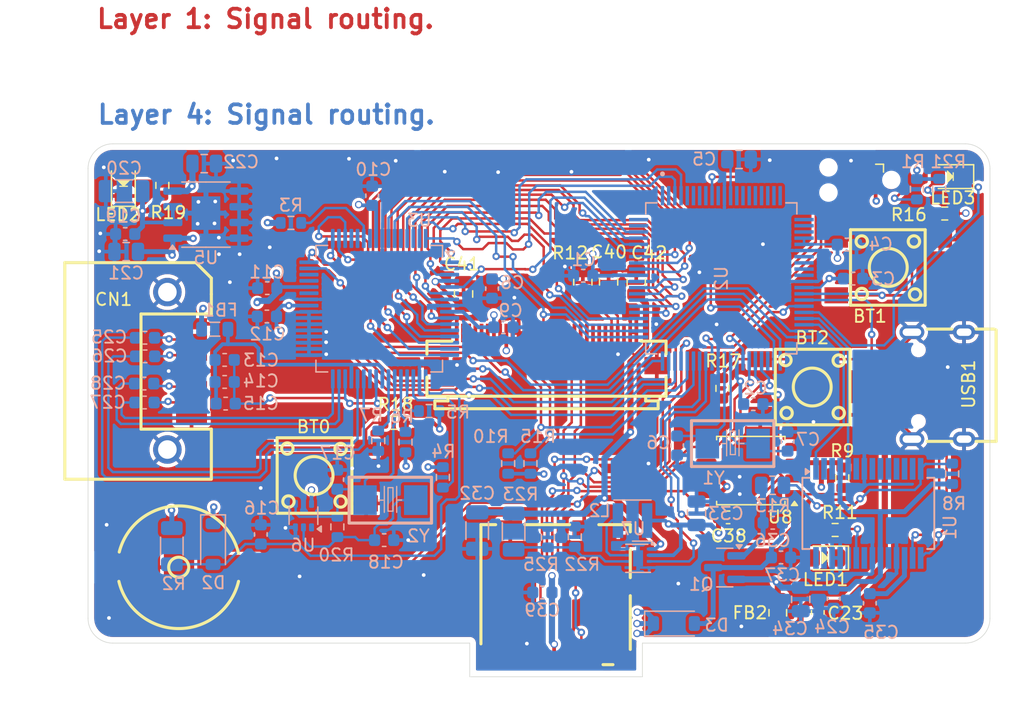
<source format=kicad_pcb>
(kicad_pcb (version 20241229) (generator "pcbnew") (generator_version "9.0")
  (layers (0 "F.Cu" signal) (4 "In1.Cu" signal) (6 "In2.Cu" signal) (2 "B.Cu" signal) (13 "F.Paste" user) (15 "B.Paste" user) (5 "F.SilkS" user "F.Silkscreen") (7 "B.SilkS" user "B.Silkscreen") (1 "F.Mask" user) (3 "B.Mask" user) (25 "Edge.Cuts" user))
  (net 0 "")
  (net 1 "GND")
  (net 2 "Net-(LED1-K)")
  (net 4 "Net-(LED2-A)")
  (net 5 "USB_DP")
  (net 6 "+3V3")
  (net 7 "CBUS0")
  (net 8 "TXD")
  (net 9 "CBUS3")
  (net 10 "RJ6")
  (net 11 "PGD")
  (net 12 "RC0")
  (net 13 "PGC")
  (net 14 "{slash}MCLR")
  (net 15 "RE0")
  (net 16 "RE4")
  (net 17 "RB4")
  (net 18 "RJ5")
  (net 19 "RE2")
  (net 20 "RJ0")
  (net 21 "RB3")
  (net 22 "RD2")
  (net 23 "RJ2")
  (net 24 "RD0")
  (net 25 "RJ3")
  (net 26 "RD7")
  (net 27 "RA4")
  (net 28 "RE3")
  (net 29 "RJ1")
  (net 30 "RD3")
  (net 31 "RA5")
  (net 32 "RE5")
  (net 33 "RD4")
  (net 34 "RE7")
  (net 35 "RD5")
  (net 36 "RJ7")
  (net 37 "RD1")
  (net 38 "RE6")
  (net 39 "RB2")
  (net 40 "RD6")
  (net 41 "RJ4")
  (net 42 "RE1")
  (net 43 "RB0")
  (net 44 "MRV_27")
  (net 45 "MRV_28")
  (net 46 "MRV_23")
  (net 47 "MRV_32")
  (net 48 "MRV_31")
  (net 49 "RXD")
  (net 50 "+1V8")
  (net 51 "SATA_GND")
  (net 61 "Net-(D3-A)")
  (net 62 "Net-(Q1-G)")
  (net 63 "Net-(R3-Pad1)")
  (net 64 "Net-(LED3-A)")
  (net 67 "Net-(U7-SW)")
  (net 68 "Net-(U7-FB)")
  (net 69 "MRV_OSC")
  (net 70 "VUSB")
  (net 71 "+5V")
  (net 72 "Net-(Y2-OSC2)")
  (net 73 "Net-(U2-VDDCORE{slash}VCAP)")
  (net 74 "+3V3_SATA")
  (net 75 "SPI_CLK")
  (net 76 "SPI_MISO")
  (net 77 "SPI_MOSI")
  (net 78 "FLASH_nCS")
  (net 89 "/Lizard main ICs/OSC2")
  (net 90 "/Lizard main ICs/OSC1")
  (net 91 "Net-(D2-A)")
  (net 92 "/Lizard peripherals/SATA_A+")
  (net 93 "/Lizard peripherals/SATA_A-")
  (net 94 "/Lizard peripherals/SATA_B+")
  (net 95 "/Lizard peripherals/SATA_B-")
  (net 96 "/Lizard main ICs/3V3OUT")
  (net 97 "/Lizard peripherals/IREF")
  (net 98 "Net-(R4-Pad1)")
  (net 99 "Net-(R5-Pad1)")
  (net 100 "Net-(R6-Pad2)")
  (net 101 "/Lizard peripherals/VCOMH")
  (net 118 "/Lizard peripherals/VPANEL")
  (net 121 "SD_nCS")
  (net 122 "/Lizard main ICs/BUZZER")
  (net 126 "Net-(C23-Pad2)")
  (net 141 "USB_DN")
  (footprint "Capacitor_SMD:C_0805_2012Metric" (layer "F.Cu") (at 122.11 131.43 -90)
    (property "Reference" "C40")
    (property "Value" "4.7uF")
  )
  (footprint "LED_SMD:LED_0805_2012Metric_Pad1.15x1.40mm_HandSolder" (layer "F.Cu") (at 139.615 153.74 180)
    (property "Reference" "LED1")
    (property "Value" "BLUE")
  )
  (footprint "lizard:CONN-SMD_SATA-401-M07S1BY-A" (layer "F.Cu") (at 87.455 138.62 -90)
    (property "Reference" "CN1")
    (property "Value" "SATA")
  )
  (footprint "Resistor_SMD:R_0603_1608Metric" (layer "F.Cu") (at 149.25 125.91)
    (property "Reference" "R16")
    (property "Value" "10k")
  )
  (footprint "Resistor_SMD:R_0805_2012Metric" (layer "F.Cu") (at 120.03 131.46 -90)
    (property "Reference" "R12")
    (property "Value" "910k")
  )
  (footprint "LED_SMD:LED_0805_2012Metric_Pad1.15x1.40mm_HandSolder" (layer "F.Cu") (at 82.93 123.47 90)
    (property "Reference" "LED2")
    (property "Value" "GREEN")
  )
  (footprint "Resistor_SMD:R_0603_1608Metric" (layer "F.Cu") (at 86.08 123.64 -90)
    (property "Reference" "R19")
    (property "Value" "270")
  )
  (footprint "Capacitor_SMD:C_0603_1608Metric" (layer "F.Cu") (at 139 158.14 90)
    (property "Reference" "C23")
    (property "Value" "10nF")
  )
  (footprint "Resistor_SMD:R_0603_1608Metric" (layer "F.Cu") (at 140.98 147.26 90)
    (property "Reference" "R9")
    (property "Value" "10k")
  )
  (footprint "Capacitor_SMD:C_0805_2012Metric" (layer "F.Cu") (at 124.34 131.47 -90)
    (property "Reference" "C42")
    (property "Value" "4.7uF")
  )
  (footprint "Capacitor_SMD:C_0603_1608Metric" (layer "F.Cu") (at 131.755 150.46)
    (property "Reference" "C38")
    (property "Value" "100nF")
  )
  (footprint "LED_SMD:LED_0805_2012Metric_Pad1.15x1.40mm_HandSolder" (layer "F.Cu") (at 149.725 122.93 180)
    (property "Reference" "LED3")
    (property "Value" "RED")
  )
  (footprint "lizard:KEY-SMD_4P-L6.0-W6.0-P4.50-LS9.0" (layer "F.Cu") (at 98.33 147.08 180)
    (property "Reference" "BT0")
    (property "Value" "SW_Push")
  )
  (footprint "Resistor_SMD:R_0603_1608Metric" (layer "F.Cu") (at 131.3 140.04 -90)
    (property "Reference" "R17")
    (property "Value" "10k")
  )
  (footprint "lizard:KEY-SMD_4P-L6.0-W6.0-P4.50-LS9.0" (layer "F.Cu") (at 144.69 130.27)
    (property "Reference" "BT1")
    (property "Value" "SW_Push")
  )
  (footprint "Capacitor_SMD:C_0805_2012Metric" (layer "F.Cu") (at 110.4 132.41 -90)
    (property "Reference" "C41")
    (property "Value" "4.7uF")
  )
  (footprint "Package_SO:SOIC-8_5.3x5.3mm_P1.27mm" (layer "F.Cu") (at 133.59 146.68 180)
    (property "Reference" "U8")
    (property "Value" " SST25VF032B ")
  )
  (footprint "lizard:USB-C-SMD_TYPE-C-6PIN-2MD-073" (layer "F.Cu") (at 148.4275 139.82 90)
    (property "Reference" "USB1")
    (property "Value" "TYPE-C 16PIN 2MD(073)")
  )
  (footprint "lizard:KEY-SMD_4P-L6.0-W6.0-P4.50-LS9.0" (layer "F.Cu") (at 138.55 139.93 180)
    (property "Reference" "BT2")
    (property "Value" "SW_Push")
  )
  (footprint "Resistor_SMD:R_0603_1608Metric" (layer "F.Cu") (at 104.755 142.82)
    (property "Reference" "R18")
    (property "Value" "10k")
  )
  (footprint "lizard:SIM-SMD_8P-1040310811" (layer "F.Cu") (at 117.87 156.72)
    (property "Reference" "J1" (hide yes))
    (property "Value" "Micro_SD_Card")
  )
  (footprint "lizard:FPC-SMD_30P-P0.50_0.5-30P-XJH2.0-043" (layer "F.Cu") (at 117.1 136.8825)
    (property "Reference" "FPC1" (hide yes))
    (property "Value" "0.5-30P XJH2.0 043")
  )
  (footprint "Connector:Tag-Connect_TC2030-IDC-NL_2x03_P1.27mm_Vertical" (layer "F.Cu") (at 142.4 123.2 180)
    (property "Reference" "J4" (hide yes))
    (property "Value" "TC2030")
  )
  (footprint "Resistor_SMD:R_0603_1608Metric" (layer "F.Cu") (at 140.4 151.48)
    (property "Reference" "R11")
    (property "Value" "110")
  )
  (footprint "lizard:BUZ-SMD_FUET-1030-XXV" (layer "F.Cu") (at 87.4 154.49 -90)
    (property "Reference" "BUZZER1" (hide yes))
    (property "Value" "FUET-1030-3V")
  )
  (footprint "Inductor_SMD:L_0805_2012Metric_Pad1.15x1.40mm_HandSolder" (layer "F.Cu") (at 135.77 158.17 90)
    (property "Reference" "FB2")
    (property "Value" "330nH")
  )
  (footprint "Package_DFN_QFN:Micrel_MLF-8-1EP_2x2mm_P0.5mm_EP0.8x1.3mm_ThermalVias" (layer "B.Cu") (at 124.49 153.77 180)
    (property "Reference" "U7")
    (property "Value" "MIC2290")
  )
  (footprint "Resistor_SMD:R_0603_1608Metric" (layer "B.Cu") (at 117.21 152.06 -90)
    (property "Reference" "R25")
    (property "Value" "10k")
  )
  (footprint "Inductor_SMD_Wurth:L_Wurth_WE-LQSH-3012" (layer "B.Cu") (at 124.04 150.72)
    (property "Reference" "L2")
    (property "Value" "10uH")
  )
  (footprint "Resistor_SMD:R_0805_2012Metric" (layer "B.Cu") (at 135.35 147.87)
    (property "Reference" "R13")
    (property "Value" "1k")
  )
  (footprint "Package_QFP:LQFP-64_10x10mm_P0.5mm" (layer "B.Cu") (at 103.59 133.6 180)
    (property "Reference" "U3")
    (property "Value" "~")
  )
  (footprint "Resistor_SMD:R_1206_3216Metric" (layer "B.Cu") (at 114.44 151.61 90)
    (property "Reference" "R23")
    (property "Value" "31.6k")
  )
  (footprint "Resistor_SMD:R_0603_1608Metric" (layer "B.Cu") (at 147 123.95 -90)
    (property "Reference" "R1")
    (property "Value" "10k")
  )
  (footprint "Resistor_SMD:R_0603_1608Metric" (layer "B.Cu") (at 115.8 146.11 -90)
    (property "Reference" "R15")
    (property "Value" "10k")
  )
  (footprint "Capacitor_SMD:C_0603_1608Metric" (layer "B.Cu") (at 136.56 144.33 -90)
    (property "Reference" "C7")
    (property "Value" "24pF")
  )
  (footprint "Capacitor_SMD:C_0603_1608Metric" (layer "B.Cu") (at 135.36 150.9)
    (property "Reference" "C36")
    (property "Value" "100nF")
  )
  (footprint "Resistor_SMD:R_0603_1608Metric" (layer "B.Cu") (at 105.71 144.38 90)
    (property "Reference" "R6")
    (property "Value" "10k")
  )
  (footprint "Capacitor_SMD:C_0805_2012Metric" (layer "B.Cu") (at 132.64 121.54)
    (property "Reference" "C5")
    (property "Value" "10uF")
  )
  (footprint "Resistor_SMD:R_0603_1608Metric" (layer "B.Cu") (at 148.8 123.93 -90)
    (property "Reference" "R21")
    (property "Value" "270")
  )
  (footprint "Capacitor_SMD:C_0603_1608Metric" (layer "B.Cu") (at 84.68 135.95)
    (property "Reference" "C25")
    (property "Value" "47nF")
  )
  (footprint "Resistor_SMD:R_0603_1608Metric" (layer "B.Cu") (at 119.38 152.03 90)
    (property "Reference" "R22")
    (property "Value" "10k")
  )
  (footprint "Capacitor_SMD:C_0603_1608Metric" (layer "B.Cu") (at 143.2 157.4 90)
    (property "Reference" "C35")
    (property "Value" "100nF")
  )
  (footprint "Capacitor_SMD:C_1206_3216Metric" (layer "B.Cu") (at 82.99 124.1 180)
    (property "Reference" "C20")
    (property "Value" "10uF")
  )
  (footprint "Package_SO:SSOP-28_5.3x10.2mm_P0.65mm" (layer "B.Cu") (at 143.08 150.14 -90)
    (property "Reference" "U1")
    (property "Value" "FT232RL")
  )
  (footprint "Capacitor_SMD:C_0603_1608Metric" (layer "B.Cu") (at 94.55 131.94)
    (property "Reference" "C11")
    (property "Value" "100nF")
  )
  (footprint "Capacitor_SMD:C_0603_1608Metric" (layer "B.Cu") (at 84.64 141.18)
    (property "Reference" "C27")
    (property "Value" "47nF")
  )
  (footprint "Capacitor_SMD:C_0603_1608Metric" (layer "B.Cu") (at 120.06 130.94)
    (property "Reference" "C1")
    (property "Value" "100nF")
  )
  (footprint "Resistor_SMD:R_0603_1608Metric" (layer "B.Cu") (at 149.85 146.94 -90)
    (property "Reference" "R8")
    (property "Value" "10k")
  )
  (footprint "Package_SO:SSOP-8_3.9x5.05mm_P1.27mm" (layer "B.Cu") (at 89.6 126)
    (property "Reference" "U5")
    (property "Value" "AP1121B")
  )
  (footprint "Capacitor_SMD:C_0603_1608Metric" (layer "B.Cu") (at 112.7 131.98 90)
    (property "Reference" "C8")
    (property "Value" "100nF")
  )
  (footprint "Capacitor_SMD:C_0603_1608Metric" (layer "B.Cu") (at 91.11 137.74)
    (property "Reference" "C13")
    (property "Value" "100nF")
  )
  (footprint "Resistor_SMD:R_0603_1608Metric" (layer "B.Cu") (at 108.73 147.23 90)
    (property "Reference" "R4")
    (property "Value" "10k")
  )
  (footprint "Inductor_SMD:L_0805_2012Metric" (layer "B.Cu") (at 90.31 135.26)
    (property "Reference" "FB1")
    (property "Value" "330nH")
  )
  (footprint "Package_TO_SOT_SMD:SOT-23" (layer "B.Cu") (at 131.49 154.5175 180)
    (property "Reference" "Q1")
    (property "Value" "AO3401A")
  )
  (footprint "Capacitor_SMD:C_0603_1608Metric" (layer "B.Cu") (at 100.2 147.41 90)
    (property "Reference" "C17")
    (property "Value" "24pF")
  )
  (footprint "Capacitor_SMD:C_0805_2012Metric" (layer "B.Cu") (at 129.21 150.13 90)
    (property "Reference" "C33")
    (property "Value" "2.2uF")
  )
  (footprint "Resistor_SMD:R_0603_1608Metric" (layer "B.Cu") (at 96.46 126.67 180)
    (property "Reference" "R3")
    (property "Value" "10k")
  )
  (footprint "Capacitor_SMD:C_0603_1608Metric" (layer "B.Cu") (at 141.35 128.42)
    (property "Reference" "C4")
    (property "Value" "100nF")
  )
  (footprint "Capacitor_SMD:C_0805_2012Metric" (layer "B.Cu") (at 137.62 157.09 90)
    (property "Reference" "C34")
    (property "Value" "4.7uF")
  )
  (footprint "Capacitor_SMD:C_0603_1608Metric" (layer "B.Cu") (at 127.64 144.66 90)
    (property "Reference" "C6")
    (property "Value" "24pF")
  )
  (footprint "Capacitor_SMD:C_0603_1608Metric" (layer "B.Cu") (at 136.03 153.7 180)
    (property "Reference" "C37")
    (property "Value" "100nF")
  )
  (footprint "Resistor_SMD:R_0603_1608Metric" (layer "B.Cu") (at 107.62 141.87)
    (property "Reference" "R5")
    (property "Value" "10k")
  )
  (footprint "Capacitor_SMD:C_0603_1608Metric" (layer "B.Cu") (at 116.76 156.53)
    (property "Reference" "C39")
    (property "Value" "100nF")
  )
  (footprint "Resistor_SMD:R_0603_1608Metric" (layer "B.Cu") (at 100.21 151.23 90)
    (property "Reference" "R20")
    (property "Value" "1M")
  )
  (footprint "Capacitor_SMD:C_0805_2012Metric" (layer "B.Cu") (at 83.16 128.99)
    (property "Reference" "C21")
    (property "Value" "10uF")
  )
  (footprint "Resistor_SMD:R_1206_3216Metric" (layer "B.Cu") (at 86.84375 152.7875 90)
    (property "Reference" "R2")
    (property "Value" "31.6k")
  )
  (footprint "Package_TO_SOT_SMD:SOT-353_SC-70-5" (layer "B.Cu") (at 97.4725 150.32 90)
    (property "Reference" "U6")
    (property "Value" "74LVC1G04")
  )
  (footprint "Capacitor_SMD:C_0603_1608Metric" (layer "B.Cu") (at 84.69 137.45)
    (property "Reference" "C26")
    (property "Value" "47nF")
  )
  (footprint "Capacitor_SMD:C_1206_3216Metric" (layer "B.Cu") (at 111.5 151.53 90)
    (property "Reference" "C32")
    (property "Value" "10uF")
  )
  (footprint "lizard:OSC-SMD_L5.0-W3.2" (layer "B.Cu") (at 104.49 149.07)
    (property "Reference" "Y2")
    (property "Value" "20MHz")
  )
  (footprint "Capacitor_SMD:C_0603_1608Metric" (layer "B.Cu") (at 133.79 141.31)
    (property "Reference" "C2")
    (property "Value" "100nF")
  )
  (footprint "Capacitor_SMD:C_0603_1608Metric" (layer "B.Cu") (at 103.99 152.3)
    (property "Reference" "C18")
    (property "Value" "24pF")
  )
  (footprint "Capacitor_SMD:C_0805_2012Metric" (layer "B.Cu") (at 89.46 121.88 180)
    (property "Reference" "C22" (hide yes))
    (property "Value" "10uF")
  )
  (footprint "Capacitor_SMD:C_0603_1608Metric" (layer "B.Cu") (at 91.19 141.27)
    (property "Reference" "C15")
    (property "Value" "100nF")
  )
  (footprint "lizard:OSC-SMD_L5.0-W3.2" (layer "B.Cu") (at 132.13 144.5)
    (property "Reference" "Y1")
    (property "Value" "10MHz")
  )
  (footprint "Capacitor_SMD:C_0603_1608Metric" (layer "B.Cu") (at 140.28 157.03 90)
    (property "Reference" "C24")
    (property "Value" "100nF")
  )
  (footprint "Diode_SMD:D_SOD-123" (layer "B.Cu") (at 90.17375 152.6175 -90)
    (property "Reference" "D2")
    (property "Value" "1N4148W")
  )
  (footprint "Capacitor_SMD:C_0603_1608Metric" (layer "B.Cu") (at 94.52 134.23)
    (property "Reference" "C12")
    (property "Value" "100nF")
  )
  (footprint "Capacitor_SMD:C_0603_1608Metric" (layer "B.Cu") (at 84.61 139.65)
    (property "Reference" "C28")
    (property "Value" "47nF")
  )
  (footprint "Capacitor_SMD:C_0603_1608Metric" (layer "B.Cu") (at 103.02 124.475 90)
    (property "Reference" "C10")
    (property "Value" "100nF")
  )
  (footprint "Resistor_SMD:R_0603_1608Metric" (layer "B.Cu") (at 103.51 144.27 90)
    (property "Reference" "R7")
    (property "Value" "12k")
  )
  (footprint "Resistor_SMD:R_0603_1608Metric" (layer "B.Cu") (at 114 146.11 90)
    (property "Reference" "R10")
    (property "Value" "10k")
  )
  (footprint "Capacitor_SMD:C_0603_1608Metric" (layer "B.Cu") (at 83.08 127.57 180)
    (property "Reference" "C19")
    (property "Value" "100nF")
  )
  (footprint "Diode_SMD:D_SOD-123" (layer "B.Cu") (at 127.3825 159.04)
    (property "Reference" "D3")
    (property "Value" "MBR0520")
  )
  (footprint "Capacitor_SMD:C_0603_1608Metric" (layer "B.Cu") (at 113.62 135.1)
    (property "Reference" "C9")
    (property "Value" "100nF")
  )
  (footprint "Capacitor_SMD:C_0603_1608Metric" (layer "B.Cu") (at 141.85 131.17)
    (property "Reference" "C3")
    (property "Value" "100nF")
  )
  (footprint "Capacitor_SMD:C_0603_1608Metric" (layer "B.Cu") (at 91.11 139.52)
    (property "Reference" "C14")
    (property "Value" "100nF")
  )
  (footprint "Capacitor_SMD:C_0603_1608Metric" (layer "B.Cu") (at 94.03 151.84 90)
    (property "Reference" "C16")
    (property "Value" "1uF")
  )
  (footprint "lizard:QFP50P1400X1400X120-80N" (layer "B.Cu") (at 131.21 131.15 -90)
    (property "Reference" "U2")
    (property "Value" "PIC18F87J11T-I_PT")
  )
  (gr_line (start 150.9 160.62) (end 124.84 160.62) (stroke (width 0.05)) (layer "Edge.Cuts"))
  (gr_arc (start 152.9 158.62) (mid 152.314214 160.034214) (end 150.9 160.62) (stroke (width 0.05)) (layer "Edge.Cuts"))
  (gr_arc (start 82.08 160.62) (mid 80.665786 160.034214) (end 80.08 158.62) (stroke (width 0.05)) (layer "Edge.Cuts"))
  (gr_arc (start 150.9 120.28) (mid 152.314214 120.865786) (end 152.9 122.28) (stroke (width 0.05)) (layer "Edge.Cuts"))
  (gr_line (start 110.9 160.62) (end 82.08 160.62) (stroke (width 0.05)) (layer "Edge.Cuts"))
  (gr_line (start 152.9 122.28) (end 152.9 158.62) (stroke (width 0.05)) (layer "Edge.Cuts"))
  (gr_arc (start 80.08 122.28) (mid 80.665786 120.865786) (end 82.08 120.28) (stroke (width 0.05)) (layer "Edge.Cuts"))
  (gr_line (start 124.84 163.34) (end 110.9 163.34) (stroke (width 0.05)) (layer "Edge.Cuts"))
  (gr_line (start 82.08 120.28) (end 150.9 120.28) (stroke (width 0.05)) (layer "Edge.Cuts"))
  (gr_line (start 110.9 163.34) (end 110.9 160.62) (stroke (width 0.05)) (layer "Edge.Cuts"))
  (gr_line (start 80.08 158.62) (end 80.08 122.28) (stroke (width 0.05)) (layer "Edge.Cuts"))
  (gr_line (start 124.84 160.62) (end 124.84 163.34) (stroke (width 0.05)) (layer "Edge.Cuts"))
  (gr_text "Layer 1: Signal routing." (at 80.64 111.06 0) (layer "F.Cu") (effects (font (size 1.5 1.5) (thickness 0.3) (bold yes)) (justify left bottom)))
  (gr_text "Layer 4: Signal routing." (at 80.71 118.79 0) (layer "B.Cu") (effects (font (size 1.5 1.5) (thickness 0.3) (bold yes)) (justify left bottom)))
  (gr_text "C22" (at 92.43 121.74 0) (layer "B.SilkS") (effects (font (size 1 1)) (justify mirror)))
  (segment (start 115.51 162.06) (end 115.51 160.66) (width 0.2) (layer "F.Cu") (net 1))
  (segment (start 145.8475 136.62) (end 146.5975 135.87) (width 0.2) (layer "F.Cu") (net 1))
  (segment (start 145.8475 143.02) (end 145.0075 143.02) (width 0.2) (layer "F.Cu") (net 1))
  (segment (start 109.8175 138.2025) (end 109.87 138.15) (width 0.2) (layer "F.Cu") (net 1))
  (segment (start 112.1 161.54) (end 113.07 160.57) (width 0.5) (layer "F.Cu") (net 1))
  (segment (start 145.8475 136.62) (end 145.0875 136.62) (width 0.2) (layer "F.Cu") (net 1))
  (segment (start 123.85 135.5625) (end 124.35 135.5625) (width 0.2) (layer "F.Cu") (net 1))
  (segment (start 108.2 138.2025) (end 109.8175 138.2025) (width 0.2) (layer "F.Cu") (net 1))
  (segment (start 145.8475 143.02) (end 146.5975 143.77) (width 0.2) (layer "F.Cu") (net 1))
  (via (at 81.35 122.18) (size 0.6) (drill 0.3) (layers "F.Cu" "B.Cu") (net 1))
  (via (at 86.59 138.64) (size 0.6) (drill 0.3) (layers "F.Cu" "B.Cu") (net 1))
  (via (at 135.12 121.6) (size 0.6) (drill 0.3) (layers "F.Cu" "B.Cu") (net 1))
  (via (at 132.59 151.74) (size 0.6) (drill 0.3) (layers "F.Cu" "B.Cu") (net 1))
  (via (at 118.58 130.19) (size 0.6) (drill 0.3) (layers "F.Cu" "B.Cu") (net 1))
  (via (at 129.44 130.66) (size 0.6) (drill 0.3) (layers "F.Cu" "B.Cu") (net 1))
  (via (at 125.96 134.85) (size 0.6) (drill 0.3) (layers "F.Cu" "B.Cu") (net 1))
  (via (at 105.93 152.3) (size 0.6) (drill 0.3) (layers "F.Cu" "B.Cu") (net 1))
  (via (at 81.07 127.52) (size 0.6) (drill 0.3) (layers "F.Cu" "B.Cu") (net 1))
  (via (at 138.65 142.75) (size 0.6) (drill 0.3) (layers "F.Cu" "B.Cu") (net 1))
  (via (at 91.53 131.46) (size 0.6) (drill 0.3) (layers "F.Cu" "B.Cu") (net 1))
  (via (at 101.41 146.5) (size 0.6) (drill 0.3) (layers "F.Cu" "B.Cu") (net 1))
  (via (at 149.49 138.32) (size 0.6) (drill 0.3) (layers "F.Cu" "B.Cu") (net 1))
  (via (at 99.31 137.28) (size 0.6) (drill 0.3) (layers "F.Cu" "B.Cu") (net 1))
  (via (at 88.93 126.74) (size 0.6) (drill 0.3) (layers "F.Cu" "B.Cu") (net 1))
  (via (at 125.33 146.11) (size 0.6) (drill 0.3) (layers "F.Cu" "B.Cu") (net 1))
  (via (at 141.68 121.64) (size 0.6) (drill 0.3) (layers "F.Cu" "B.Cu") (net 1))
  (via (at 91.8 121.63) (size 0.6) (drill 0.3) (layers "F.Cu" "B.Cu") (net 1))
  (via (at 114.5 132.71) (size 0.6) (drill 0.3) (layers "F.Cu" "B.Cu") (net 1))
  (via (at 81.58 151.06) (size 0.6) (drill 0.3) (layers "F.Cu" "B.Cu") (net 1))
  (via (at 107.18 155.12) (size 0.6) (drill 0.3) (layers "F.Cu" "B.Cu") (net 1))
  (via (at 90.35 124.94) (size 0.6) (drill 0.3) (layers "F.Cu" "B.Cu") (net 1))
  (via (at 94.75 128.64) (size 0.6) (drill 0.3) (layers "F.Cu" "B.Cu") (net 1))
  (via (at 97.16 155.23) (size 0.6) (drill 0.3) (layers "F.Cu" "B.Cu") (net 1))
  (via (at 132.69 147.18) (size 0.6) (drill 0.3) (layers "F.Cu" "B.Cu") (net 1))
  (via (at 132.83 159.27) (size 0.6) (drill 0.3) (layers "F.Cu" "B.Cu") (net 1))
  (via (at 94.02 148.09) (size 0.6) (drill 0.3) (layers "F.Cu" "B.Cu") (net 1))
  (via (at 90.65 129.2) (size 0.6) (drill 0.3) (layers "F.Cu" "B.Cu") (net 1))
  (via (at 132.7 148.58) (size 0.6) (drill 0.3) (layers "F.Cu" "B.Cu") (net 1))
  (via (at 101.15 121.49) (size 0.6) (drill 0.3) (layers "F.Cu" "B.Cu") (net 1))
  (via (at 109.87 138.15) (size 0.6) (drill 0.3) (layers "F.Cu" "B.Cu") (net 1))
  (via (at 125.35 121.56) (size 0.6) (drill 0.3) (layers "F.Cu" "B.Cu") (net 1))
  (via (at 115.51 160.66) (size 0.6) (drill 0.3) (layers "F.Cu" "B.Cu") (net 1))
  (via (at 104.92 121.65) (size 0.6) (drill 0.3) (layers "F.Cu" "B.Cu") (net 1))
  (via (at 127.74 155.81) (size 0.6) (drill 0.3) (layers "F.Cu" "B.Cu") (net 1))
  (via (at 122.87 137.28) (size 0.6) (drill 0.3) (layers "F.Cu" "B.Cu") (net 1))
  (via (at 92.32 129.2) (size 0.6) (drill 0.3) (layers "F.Cu" "B.Cu") (net 1))
  (via (at 113.19 122.57) (size 0.6) (drill 0.3) (layers "F.Cu" "B.Cu") (net 1))
  (via (at 134.57 128.39) (size 0.6) (drill 0.3) (layers "F.Cu" "B.Cu") (net 1))
  (via (at 90.64 127.86) (size 0.6) (drill 0.3) (layers "F.Cu" "B.Cu") (net 1))
  (via (at 99.31 135.48) (size 0.6) (drill 0.3) (layers "F.Cu" "B.Cu") (net 1))
  (via (at 81.77 158.59) (size 0.6) (drill 0.3) (layers "F.Cu" "B.Cu") (net 1))
  (via (at 96.02 151.31) (size 0.6) (drill 0.3) (layers "F.Cu" "B.Cu") (net 1))
  (via (at 103.53 146.32) (size 0.6) (drill 0.3) (layers "F.Cu" "B.Cu") (net 1))
  (via (at 88.99 124.97) (size 0.6) (drill 0.3) (layers "F.Cu" "B.Cu") (net 1))
  (via (at 119.11 122.54) (size 0.6) (drill 0.3) (layers "F.Cu" "B.Cu") (net 1))
  (via (at 108.88 122.53) (size 0.6) (drill 0.3) (layers "F.Cu" "B.Cu") (net 1))
  (via (at 130.83 134.87) (size 0.6) (drill 0.3) (layers "F.Cu" "B.Cu") (net 1))
  (via (at 90.29 126.71) (size 0.6) (drill 0.3) (layers "F.Cu" "B.Cu") (net 1))
  (via (at 80.98 128.96) (size 0.6) (drill 0.3) (layers "F.Cu" "B.Cu") (net 1))
  (via (at 95.3 121.46) (size 0.6) (drill 0.3) (layers "F.Cu" "B.Cu") (net 1))
  (via (at 99.3 136.31) (size 0.6) (drill 0.3) (layers "F.Cu" "B.Cu") (net 1))
  (segment (start 106.84 139.275) (end 106.84 138.15) (width 0.2) (layer "B.Cu") (net 1))
  (segment (start 124.49 154.39) (end 124.49 153.77) (width 0.2) (layer "B.Cu") (net 1))
  (segment (start 103.84 127.925) (end 103.84 128.93) (width 0.2) (layer "B.Cu") (net 1))
  (segment (start 103.84 127.925) (end 103.84 126.7) (width 0.2) (layer "B.Cu") (net 1))
  (segment (start 119.285 130.895) (end 118.58 130.19) (width 0.2) (layer "B.Cu") (net 1))
  (segment (start 140.155 153.74) (end 140.805 153.74) (width 0.2) (layer "B.Cu") (net 1))
  (segment (start 130.96 139.18) (end 130.66 139.48) (width 0.2) (layer "B.Cu") (net 1))
  (segment (start 125.39 154.52) (end 124.62 154.52) (width 0.2) (layer "B.Cu") (net 1))
  (segment (start 130.96 137.83) (end 130.96 139.18) (width 0.2) (layer "B.Cu") (net 1))
  (segment (start 124.62 154.52) (end 124.49 154.39) (width 0.2) (layer "B.Cu") (net 1))
  (segment (start 139.575 151.48) (end 139.575 152.505) (width 0.2) (layer "F.Cu") (net 2))
  (segment (start 139.575 152.505) (end 140.64 153.57) (width 0.2) (layer "F.Cu") (net 2))
  (segment (start 86.08 122.815) (end 83.3 122.815) (width 0.2) (layer "F.Cu") (net 4))
  (segment (start 149.4 151.22) (end 149.4 141.9925) (width 0.2) (layer "F.Cu") (net 5))
  (segment (start 147.3275 139.92) (end 147.1775 140.07) (width 0.2) (layer "F.Cu") (net 5))
  (segment (start 147.4275 139.22) (end 147.4275 139.82) (width 0.2) (layer "F.Cu") (net 5))
  (segment (start 148.75 151.87) (end 149.4 151.22) (width 0.2) (layer "F.Cu") (net 5))
  (segment (start 147.4275 139.82) (end 147.3275 139.92) (width 0.2) (layer "F.Cu") (net 5))
  (segment (start 147.1775 140.07) (end 146.0475 140.07) (width 0.2) (layer "F.Cu") (net 5))
  (segment (start 147.2775 139.07) (end 147.4275 139.22) (width 0.2) (layer "F.Cu") (net 5))
  (segment (start 149.4 141.9925) (end 147.3275 139.92) (width 0.2) (layer "F.Cu") (net 5))
  (segment (start 146.0475 139.07) (end 147.2775 139.07) (width 0.2) (layer "F.Cu") (net 5))
  (via (at 148.75 151.87) (size 0.6) (drill 0.3) (layers "F.Cu" "B.Cu") (net 5))
  (segment (start 148 153.35) (end 147.695 153.35) (width 0.2) (layer "B.Cu") (net 5))
  (segment (start 148.75 151.87) (end 148.75 152.6) (width 0.2) (layer "B.Cu") (net 5))
  (segment (start 148.75 152.6) (end 148 153.35) (width 0.2) (layer "B.Cu") (net 5))
  (segment (start 147.695 153.35) (end 147.305 153.74) (width 0.2) (layer "B.Cu") (net 5))
  (segment (start 105.58 142.82) (end 107.98 142.82) (width 0.3) (layer "F.Cu") (net 6))
  (segment (start 131.345 140.865) (end 132.75 139.46) (width 0.3) (layer "F.Cu") (net 6))
  (segment (start 130.98 151.69) (end 131 151.71) (width 0.4) (layer "F.Cu") (net 6))
  (segment (start 143.67 123.835) (end 143.67 124.85) (width 0.3) (layer "F.Cu") (net 6))
  (segment (start 113.85 135.5625) (end 113.85 136.99) (width 0.3) (layer "F.Cu") (net 6))
  (segment (start 137.1775 146.045) (end 139.29 146.045) (width 0.4) (layer "F.Cu") (net 6))
  (segment (start 143.67 124.85) (end 143.72 124.9) (width 0.3) (layer "F.Cu") (net 6))
  (segment (start 117.71 160.72) (end 117.72 160.71) (width 0.3) (layer "F.Cu") (net 6))
  (segment (start 131.655 147.955) (end 131.655 147.965) (width 0.4) (layer "F.Cu") (net 6))
  (segment (start 130.0025 148.585) (end 131.035 148.585) (width 0.4) (layer "F.Cu") (net 6))
  (segment (start 139.29 148.02) (end 139.29 146.045) (width 0.4) (layer "F.Cu") (net 6))
  (segment (start 131.015 147.315) (end 131.655 147.955) (width 0.4) (layer "F.Cu") (net 6))
  (segment (start 139.29 146.045) (end 140.59 146.045) (width 0.4) (layer "F.Cu") (net 6))
  (segment (start 150.075 125.91) (end 150.92 125.91) (width 0.2) (layer "F.Cu") (net 6))
  (segment (start 110.07 133.36) (end 108.12 131.41) (width 0.3) (layer "F.Cu") (net 6))
  (segment (start 140.59 146.045) (end 140.98 146.435) (width 0.4) (layer "F.Cu") (net 6))
  (segment (start 150.92 125.91) (end 150.95 125.88) (width 0.2) (layer "F.Cu") (net 6))
  (segment (start 130.0025 147.315) (end 131.015 147.315) (width 0.4) (layer "F.Cu") (net 6))
  (segment (start 117.71 162.06) (end 117.71 160.72) (width 0.3) (layer "F.Cu") (net 6))
  (segment (start 131.035 148.585) (end 131.655 147.965) (width 0.4) (layer "F.Cu") (net 6))
  (segment (start 130.98 150.46) (end 130.98 151.69) (width 0.4) (layer "F.Cu") (net 6))
  (segment (start 107.98 142.82) (end 108.47 143.31) (width 0.3) (layer "F.Cu") (net 6))
  (via (at 93.73 133.1) (size 0.6) (drill 0.3) (layers "F.Cu" "B.Cu") (net 6))
  (via (at 113.6 131.19) (size 0.6) (drill 0.4) (layers "F.Cu" "B.Cu") (net 6))
  (via (at 139.29 148.02) (size 0.6) (drill 0.3) (layers "F.Cu" "B.Cu") (net 6))
  (via (at 113.85 136.99) (size 0.6) (drill 0.4) (layers "F.Cu" "B.Cu") (net 6))
  (via (at 126.945 150.995) (size 0.6) (drill 0.3) (layers "F.Cu" "B.Cu") (net 6))
  (via (at 108.12 131.41) (size 0.6) (drill 0.4) (layers "F.Cu" "B.Cu") (net 6))
  (via (at 90.23 149.63) (size 0.6) (drill 0.3) (layers "F.Cu" "B.Cu") (net 6))
  (via (at 88.56 127.92) (size 0.6) (drill 0.3) (layers "F.Cu" "B.Cu") (net 6))
  (via (at 98.12 148.25) (size 0.6) (drill 0.4) (layers "F.Cu" "B.Cu") (net 6))
  (via (at 139.93 131.16) (size 0.6) (drill 0.3) (layers "F.Cu" "B.Cu") (net 6))
  (via (at 86.87 129.27) (size 0.6) (drill 0.3) (layers "F.Cu" "B.Cu") (net 6))
  (via (at 117.72 160.71) (size 0.6) (drill 0.4) (layers "F.Cu" "B.Cu") (net 6))
  (via (at 108.47 143.31) (size 0.6) (drill 0.3) (layers "F.Cu" "B.Cu") (net 6))
  (via (at 117.535 155.18) (size 0.6) (drill 0.4) (layers "F.Cu" "B.Cu") (net 6))
  (via (at 132.75 139.46) (size 0.6) (drill 0.3) (layers "F.Cu" "B.Cu") (net 6))
  (via (at 89.37 133.58) (size 0.6) (drill 0.3) (layers "F.Cu" "B.Cu") (net 6))
  (via (at 140.59 129.52) (size 0.6) (drill 0.4) (layers "F.Cu" "B.Cu") (net 6))
  (via (at 120.83 129.17) (size 0.6) (drill 0.4) (layers "F.Cu" "B.Cu") (net 6))
  (via (at 86.82 149.89) (size 0.6) (drill 0.3) (layers "F.Cu" "B.Cu") (net 6))
  (via (at 147 122.42) (size 0.6) (drill 0.3) (layers "F.Cu" "B.Cu") (net 6))
  (via (at 150.95 125.88) (size 0.6) (drill 0.4) (layers "F.Cu" "B.Cu") (net 6))
  (via (at 94.57 126.65) (size 0.6) (drill 0.3) (layers "F.Cu" "B.Cu") (net 6))
  (via (at 131 151.71) (size 0.6) (drill 0.3) (layers "F.Cu" "B.Cu") (net 6))
  (via (at 131.655 147.965) (size 0.6) (drill 0.3) (layers "F.Cu" "B.Cu") (net 6))
  (via (at 107.54 146.39) (size 0.6) (drill 0.3) (layers "F.Cu" "B.Cu") (net 6))
  (via (at 143.72 124.9) (size 0.6) (drill 0.3) (layers "F.Cu" "B.Cu") (net 6))
  (via (at 116.88 146.96) (size 0.6) (drill 0.3) (layers "F.Cu" "B.Cu") (net 6))
  (via (at 105.76 146.32) (size 0.6) (drill 0.3) (layers "F.Cu" "B.Cu") (net 6))
  (via (at 95.29 130.73) (size 0.6) (drill 0.3) (layers "F.Cu" "B.Cu") (net 6))
  (segment (start 97.915 131.85) (end 95.415 131.85) (width 0.3) (layer "B.Cu") (net 6))
  (segment (start 139.94 131.17) (end 139.93 131.16) (width 0.3) (layer "B.Cu") (net 6))
  (segment (start 86.925 127.905) (end 86.925 129.215) (width 0.4) (layer "B.Cu") (net 6))
  (segment (start 95.325 131.94) (end 95.325 130.765) (width 0.5) (layer "B.Cu") (net 6))
  (segment (start 107.555 146.405) (end 107.54 146.39) (width 0.3) (layer "B.Cu") (net 6))
  (segment (start 95.325 131.94) (end 95.325 132.295) (width 0.5) (layer "B.Cu") (net 6))
  (segment (start 112.7 131.205) (end 113.585 131.205) (width 0.3) (layer "B.Cu") (net 6))
  (segment (start 117.535 155.18) (end 117.535 156.53) (width 0.5) (layer "B.Cu") (net 6))
  (segment (start 86.925 129.215) (end 86.87 129.27) (width 0.4) (layer "B.Cu") (net 6))
  (segment (start 108.445 141.87) (end 108.445 143.285) (width 0.3) (layer "B.Cu") (net 6))
  (segment (start 120.835 130.94) (end 122.44 130.94) (width 0.3) (layer "B.Cu") (net 6))
  (segment (start 122.44 130.94) (end 122.48 130.9) (width 0.3) (layer "B.Cu") (net 6))
  (segment (start 129.21 151.08) (end 130.37 151.08) (width 0.4) (layer "B.Cu") (net 6))
  (segment (start 127.21 151.08) (end 127.94 151.08) (width 0.4) (layer "B.Cu") (net 6))
  (segment (start 137.89 131.9) (end 139.19 131.9) (width 0.2) (layer "B.Cu") (net 6))
  (segment (start 115.8 146.935) (end 116.855 146.935) (width 0.3) (layer "B.Cu") (net 6))
  (segment (start 141.075 131.17) (end 139.94 131.17) (width 0.3) (layer "B.Cu") (net 6))
  (segment (start 120.835 129.175) (end 120.83 129.17) (width 0.3) (layer "B.Cu") (net 6))
  (segment (start 147 122.42) (end 147 123.125) (width 0.3) (layer "B.Cu") (net 6))
  (segment (start 127.94 152.92) (end 127.94 151.08) (width 0.3) (layer "B.Cu") (net 6))
  (segment (start 126.945 150.995) (end 127.125 150.995) (width 0.4) (layer "B.Cu") (net 6))
  (segment (start 86.59 128.99) (end 86.87 129.27) (width 0.4) (layer "B.Cu") (net 6))
  (segment (start 89.2475 135.26) (end 89.2475 133.7025) (width 0.4) (layer "B.Cu") (net 6))
  (segment (start 90.17375 150.9675) (end 90.17375 149.68625) (width 0.4) (layer "B.Cu") (net 6))
  (segment (start 98.1225 149.37) (end 98.1225 148.2525) (width 0.3) (layer "B.Cu") (net 6))
  (segment (start 137.89 128.4) (end 140.555 128.4) (width 0.2) (layer "B.Cu") (net 6))
  (segment (start 108.445 143.285) (end 108.47 143.31) (width 0.3) (layer "B.Cu") (net 6))
  (segment (start 120.835 130.94) (end 120.835 129.175) (width 0.3) (layer "B.Cu") (net 6))
  (segment (start 137.89 127.9) (end 137.89 128.4) (width 0.2) (layer "B.Cu") (net 6))
  (segment (start 122.48 130.9) (end 124.53 130.9) (width 0.3) (layer "B.Cu") (net 6))
  (segment (start 130.37 151.08) (end 131 151.71) (width 0.4) (layer "B.Cu") (net 6))
  (segment (start 105.71 146.27) (end 105.76 146.32) (width 0.3) (layer "B.Cu") (net 6))
  (segment (start 84.11 128.99) (end 86.59 128.99) (width 0.4) (layer "B.Cu") (net 6))
  (segment (start 132.75 139.46) (end 132.46 139.17) (width 0.3) (layer "B.Cu") (net 6))
  (segment (start 109.265 131.35) (end 108.18 131.35) (width 0.3) (layer "B.Cu") (net 6))
  (segment (start 86.84375 151.325) (end 86.84375 149.91375) (width 0.4) (layer "B.Cu") (net 6))
  (segment (start 132.75 139.46) (end 132.75 141.045) (width 0.3) (layer "B.Cu") (net 6))
  (segment (start 126.945 150.995) (end 126.67 150.72) (width 0.3) (layer "B.Cu") (net 6))
  (segment (start 95.325 130.765) (end 95.29 130.73) (width 0.5) (layer "B.Cu") (net 6))
  (segment (start 117.535 160.525) (end 117.72 160.71) (width 0.5) (layer "B.Cu") (net 6))
  (segment (start 127.34 153.52) (end 127.94 152.92) (width 0.3) (layer "B.Cu") (net 6))
  (segment (start 132.46 139.17) (end 132.46 137.83) (width 0.3) (layer "B.Cu") (net 6))
  (segment (start 105.71 145.205) (end 105.71 146.27) (width 0.3) (layer "B.Cu") (net 6))
  (segment (start 117.535 156.53) (end 117.535 160.525) (width 0.5) (layer "B.Cu") (net 6))
  (segment (start 94.655 132.965) (end 93.73 132.965) (width 0.5) (layer "B.Cu") (net 6))
  (segment (start 88.545 127.905) (end 88.56 127.92) (width 0.4) (layer "B.Cu") (net 6))
  (segment (start 108.73 146.405) (end 107.555 146.405) (width 0.3) (layer "B.Cu") (net 6))
  (segment (start 86.925 127.905) (end 88.545 127.905) (width 0.4) (layer "B.Cu") (net 6))
  (segment (start 98.1225 148.2525) (end 98.12 148.25) (width 0.3) (layer "B.Cu") (net 6))
  (segment (start 139.19 131.9) (end 139.93 131.16) (width 0.2) (layer "B.Cu") (net 6))
  (segment (start 94.59 126.67) (end 94.57 126.65) (width 0.5) (layer "B.Cu") (net 6))
  (segment (start 95.635 126.67) (end 94.59 126.67) (width 0.5) (layer "B.Cu") (net 6))
  (segment (start 116.855 146.935) (end 116.88 146.96) (width 0.3) (layer "B.Cu") (net 6))
  (segment (start 125.39 153.52) (end 127.34 153.52) (width 0.3) (layer "B.Cu") (net 6))
  (segment (start 147 123.125) (end 148.78 123.125) (width 0.3) (layer "B.Cu") (net 6))
  (segment (start 127.94 151.08) (end 129.21 151.08) (width 0.4) (layer "B.Cu") (net 6))
  (segment (start 95.325 132.295) (end 94.655 132.965) (width 0.5) (layer "B.Cu") (net 6))
  (segment (start 89.2475 133.7025) (end 89.37 133.58) (width 0.4) (layer "B.Cu") (net 6))
  (segment (start 90.17375 149.68625) (end 90.23 149.63) (width 0.4) (layer "B.Cu") (net 6))
  (segment (start 126.67 150.72) (end 125.215 150.72) (width 0.3) (layer "B.Cu") (net 6))
  (segment (start 127.125 150.995) (end 127.21 151.08) (width 0.4) (layer "B.Cu") (net 6))
  (segment (start 140.59 129.52) (end 140.59 128.435) (width 0.3) (layer "B.Cu") (net 6))
  (segment (start 108.18 131.35) (end 108.12 131.41) (width 0.3) (layer "B.Cu") (net 6))
  (segment (start 113.585 131.205) (end 113.6 131.19) (width 0.3) (layer "B.Cu") (net 6))
  (segment (start 86.84375 149.91375) (end 86.82 149.89) (width 0.4) (layer "B.Cu") (net 6))
  (segment (start 115.8 146.935) (end 114 146.935) (width 0.3) (layer "B.Cu") (net 6))
  (segment (start 141.6 151.4) (end 141.52 151.48) (width 0.2) (layer "F.Cu") (net 7))
  (segment (start 142.2 151.4) (end 141.6 151.4) (width 0.2) (layer "F.Cu") (net 7))
  (via (at 142.2 151.4) (size 0.6) (drill 0.3) (layers "F.Cu" "B.Cu") (net 7))
  (segment (start 142.2 151.4) (end 142.2 151.92) (width 0.2) (layer "B.Cu") (net 7))
  (segment (start 142.095 152.025) (end 142.095 153.73) (width 0.2) (layer "B.Cu") (net 7))
  (segment (start 142.2 151.92) (end 142.095 152.025) (width 0.2) (layer "B.Cu") (net 7))
  (segment (start 142.095 153.73) (end 142.105 153.74) (width 0.2) (layer "B.Cu") (net 7))
  (segment (start 141.0926 136.910968) (end 141.0926 142.9474) (width 0.2) (layer "B.Cu") (net 8))
  (segment (start 139.081632 134.9) (end 141.0926 136.910968) (width 0.2) (layer "B.Cu") (net 8))
  (segment (start 138.845 145.195) (end 138.845 146.53) (width 0.2) (layer "B.Cu") (net 8))
  (segment (start 138.845 146.53) (end 138.855 146.54) (width 0.2) (layer "B.Cu") (net 8))
  (segment (start 137.89 134.9) (end 139.081632 134.9) (width 0.2) (layer "B.Cu") (net 8))
  (segment (start 141.0926 142.9474) (end 138.845 145.195) (width 0.2) (layer "B.Cu") (net 8))
  (segment (start 138.93 149.53) (end 138.97 149.49) (width 0.2) (layer "F.Cu") (net 9))
  (segment (start 138.97 149.49) (end 141.89 149.49) (width 0.2) (layer "F.Cu") (net 9))
  (segment (start 142.41 148.97) (end 142.41 148.95) (width 0.2) (layer "F.Cu") (net 9))
  (segment (start 141.89 149.49) (end 142.41 148.97) (width 0.2) (layer "F.Cu") (net 9))
  (via (at 138.93 149.53) (size 0.6) (drill 0.3) (layers "F.Cu" "B.Cu") (net 9))
  (via (at 142.41 148.95) (size 0.6) (drill 0.3) (layers "F.Cu" "B.Cu") (net 9))
  (segment (start 147.305 146.54) (end 147.695 146.15) (width 0.2) (layer "B.Cu") (net 9))
  (segment (start 147.295 147.775) (end 147.295 146.55) (width 0.2) (layer "B.Cu") (net 9))
  (segment (start 149.815 146.15) (end 149.85 146.115) (width 0.2) (layer "B.Cu") (net 9))
  (segment (start 143.2 148.25) (end 146.82 148.25) (width 0.2) (layer "B.Cu") (net 9))
  (segment (start 138.93 149.53) (end 137.27 147.87) (width 0.2) (layer "B.Cu") (net 9))
  (segment (start 147.295 146.55) (end 147.305 146.54) (width 0.2) (layer "B.Cu") (net 9))
  (segment (start 146.82 148.25) (end 147.295 147.775) (width 0.2) (layer "B.Cu") (net 9))
  (segment (start 147.695 146.15) (end 149.815 146.15) (width 0.2) (layer "B.Cu") (net 9))
  (segment (start 142.5 148.95) (end 143.2 148.25) (width 0.2) (layer "B.Cu") (net 9))
  (segment (start 147.82 146.15) (end 147.695 146.15) (width 0.2) (layer "B.Cu") (net 9))
  (segment (start 142.41 148.95) (end 142.5 148.95) (width 0.2) (layer "B.Cu") (net 9))
  (segment (start 137.27 147.87) (end 136.2625 147.87) (width 0.2) (layer "B.Cu") (net 9))
  (segment (start 101.16 133.83) (end 101.71 133.28) (width 0.2) (layer "F.Cu") (net 10))
  (segment (start 101.16 135.67) (end 101.16 133.83) (width 0.2) (layer "F.Cu") (net 10))
  (segment (start 109.451632 139.43) (end 104.92 139.43) (width 0.2) (layer "F.Cu") (net 10))
  (segment (start 101.4 130.37) (end 100.72 130.37) (width 0.2) (layer "F.Cu") (net 10))
  (segment (start 111.95 138.46) (end 111.94 138.45) (width 0.2) (layer "F.Cu") (net 10))
  (segment (start 101.71 133.28) (end 101.71 130.68) (width 0.2) (layer "F.Cu") (net 10))
  (segment (start 110.431632 138.45) (end 109.451632 139.43) (width 0.2) (layer "F.Cu") (net 10))
  (segment (start 104.92 139.43) (end 101.16 135.67) (width 0.2) (layer "F.Cu") (net 10))
  (segment (start 111.94 138.45) (end 110.431632 138.45) (width 0.2) (layer "F.Cu") (net 10))
  (segment (start 101.71 130.68) (end 101.4 130.37) (width 0.2) (layer "F.Cu") (net 10))
  (segment (start 100.72 130.37) (end 99.66 129.31) (width 0.2) (layer "F.Cu") (net 10))
  (via (at 99.66 129.31) (size 0.6) (drill 0.3) (layers "F.Cu" "B.Cu") (net 10))
  (via (at 111.95 138.46) (size 0.6) (drill 0.3) (layers "F.Cu" "B.Cu") (net 10))
  (segment (start 132.73 132.86) (end 130.145686 132.86) (width 0.2) (layer "B.Cu") (net 10))
  (segment (start 129.597843 133.407843) (end 129.522157 133.407843) (width 0.2) (layer "B.Cu") (net 10))
  (segment (start 135.96 137.83) (end 135.96 136.09) (width 0.2) (layer "B.Cu") (net 10))
  (segment (start 99.84 127.925) (end 99.84 129.13) (width 0.2) (layer "B.Cu") (net 10))
  (segment (start 99.84 129.13) (end 99.66 129.31) (width 0.2) (layer "B.Cu") (net 10))
  (segment (start 112.46 138.46) (end 111.95 138.46) (width 0.2) (layer "B.Cu") (net 10))
  (segment (start 135.96 136.09) (end 132.73 132.86) (width 0.2) (layer "B.Cu") (net 10))
  (segment (start 114.58 140.58) (end 112.46 138.46) (width 0.2) (layer "B.Cu") (net 10))
  (segment (start 129.522157 133.407843) (end 122.35 140.58) (width 0.2) (layer "B.Cu") (net 10))
  (segment (start 122.35 140.58) (end 114.58 140.58) (width 0.2) (layer "B.Cu") (net 10))
  (segment (start 130.145686 132.86) (end 129.597843 133.407843) (width 0.2) (layer "B.Cu") (net 10))
  (segment (start 131.89 136.01) (end 139.26 128.64) (width 0.2) (layer "F.Cu") (net 11))
  (segment (start 140.12 125.13) (end 141.105 125.13) (width 0.2) (layer "F.Cu") (net 11))
  (segment (start 139.26 125.99) (end 140.12 125.13) (width 0.2) (layer "F.Cu") (net 11))
  (segment (start 139.26 128.64) (end 139.26 125.99) (width 0.2) (layer "F.Cu") (net 11))
  (segment (start 141.105 125.13) (end 142.4 123.835) (width 0.2) (layer "F.Cu") (net 11))
  (via (at 131.89 136.01) (size 0.6) (drill 0.3) (layers "F.Cu" "B.Cu") (net 11))
  (segment (start 132.96 136.84) (end 132.13 136.01) (width 0.2) (layer "B.Cu") (net 11))
  (segment (start 132.96 137.83) (end 132.96 136.84) (width 0.2) (layer "B.Cu") (net 11))
  (segment (start 132.13 136.01) (end 131.89 136.01) (width 0.2) (layer "B.Cu") (net 11))
  (segment (start 151.6 123.78) (end 150.75 122.93) (width 0.2) (layer "F.Cu") (net 12))
  (segment (start 151.96 123.78) (end 151.6 123.78) (width 0.2) (layer "F.Cu") (net 12))
  (via (at 151.96 123.78) (size 0.6) (drill 0.3) (layers "F.Cu" "B.Cu") (net 12))
  (segment (start 145.13 135.79) (end 145.13 132.67) (width 0.2) (layer "B.Cu") (net 12))
  (segment (start 141.74 136.56) (end 144.36 136.56) (width 0.2) (layer "B.Cu") (net 12))
  (segment (start 139.08 133.9) (end 141.74 136.56) (width 0.2) (layer "B.Cu") (net 12))
  (segment (start 151.96 125.84) (end 151.96 123.78) (width 0.2) (layer "B.Cu") (net 12))
  (segment (start 144.36 136.56) (end 145.13 135.79) (width 0.2) (layer "B.Cu") (net 12))
  (segment (start 145.13 132.67) (end 151.96 125.84) (width 0.2) (layer "B.Cu") (net 12))
  (segment (start 137.89 133.9) (end 139.08 133.9) (width 0.2) (layer "B.Cu") (net 12))
  (segment (start 130.05 136.05) (end 131 136.05) (width 0.2) (layer "F.Cu") (net 13))
  (segment (start 129.98 135.98) (end 130.05 136.05) (width 0.2) (layer "F.Cu") (net 13))
  (segment (start 140.505 123.19) (end 141.13 122.565) (width 0.2) (layer "F.Cu") (net 13))
  (segment (start 138.84 128.21) (end 138.84 123.8) (width 0.2) (layer "F.Cu") (net 13))
  (segment (start 138.84 123.8) (end 139.45 123.19) (width 0.2) (layer "F.Cu") (net 13))
  (segment (start 139.45 123.19) (end 140.505 123.19) (width 0.2) (layer "F.Cu") (net 13))
  (segment (start 131 136.05) (end 138.84 128.21) (width 0.2) (layer "F.Cu") (net 13))
  (via (at 129.98 135.98) (size 0.6) (drill 0.3) (layers "F.Cu" "B.Cu") (net 13))
  (segment (start 129.98 136.09) (end 130.46 136.57) (width 0.2) (layer "B.Cu") (net 13))
  (segment (start 129.98 135.98) (end 129.98 136.09) (width 0.2) (layer "B.Cu") (net 13))
  (segment (start 130.46 136.57) (end 130.46 137.83) (width 0.2) (layer "B.Cu") (net 13))
  (segment (start 145.86 122.79) (end 144.93 121.86) (width 0.2) (layer "F.Cu") (net 14))
  (segment (start 139.6 121.07) (end 143.26 121.07) (width 0.2) (layer "F.Cu") (net 14))
  (segment (start 143.67 121.86) (end 143.67 122.565) (width 0.2) (layer "F.Cu") (net 14))
  (segment (start 143.67 121.48) (end 143.67 122.565) (width 0.2) (layer "F.Cu") (net 14))
  (segment (start 145.25 124.68) (end 145.86 124.07) (width 0.2) (layer "F.Cu") (net 14))
  (segment (start 143.26 121.07) (end 143.67 121.48) (width 0.2) (layer "F.Cu") (net 14))
  (segment (start 144.93 121.86) (end 143.67 121.86) (width 0.2) (layer "F.Cu") (net 14))
  (segment (start 137.72 122.95) (end 139.6 121.07) (width 0.2) (layer "F.Cu") (net 14))
  (segment (start 130.46 122.95) (end 137.72 122.95) (width 0.2) (layer "F.Cu") (net 14))
  (segment (start 145.2 124.68) (end 145.25 124.68) (width 0.2) (layer "F.Cu") (net 14))
  (segment (start 145.86 124.07) (end 145.86 122.79) (width 0.2) (layer "F.Cu") (net 14))
  (via (at 145.2 124.68) (size 0.6) (drill 0.3) (layers "F.Cu" "B.Cu") (net 14))
  (via (at 130.46 122.95) (size 0.6) (drill 0.3) (layers "F.Cu" "B.Cu") (net 14))
  (segment (start 130.46 124.47) (end 130.46 122.95) (width 0.2) (layer "B.Cu") (net 14))
  (segment (start 147 124.775) (end 145.295 124.775) (width 0.2) (layer "B.Cu") (net 14))
  (segment (start 145.295 124.775) (end 145.2 124.68) (width 0.2) (layer "B.Cu") (net 14))
  (segment (start 114.39 127.36) (end 114.49 127.46) (width 0.2) (layer "F.Cu") (net 15))
  (segment (start 110.53 127.36) (end 114.39 127.36) (width 0.2) (layer "F.Cu") (net 15))
  (via (at 114.49 127.46) (size 0.6) (drill 0.3) (layers "F.Cu" "B.Cu") (net 15))
  (via (at 110.53 127.36) (size 0.6) (drill 0.3) (layers "F.Cu" "B.Cu") (net 15))
  (segment (start 126.03 122.35) (end 125.23 123.15) (width 0.2) (layer "B.Cu") (net 15))
  (segment (start 115.47 123.15) (end 114.92 123.7) (width 0.2) (layer "B.Cu") (net 15))
  (segment (start 106.34 127.925) (end 106.34 126.65) (width 0.2) (layer "B.Cu") (net 15))
  (segment (start 114.92 127.03) (end 114.49 127.46) (width 0.2) (layer "B.Cu") (net 15))
  (segment (start 125.23 123.15) (end 115.47 123.15) (width 0.2) (layer "B.Cu") (net 15))
  (segment (start 106.34 126.65) (end 106.77 126.22) (width 0.2) (layer "B.Cu") (net 15))
  (segment (start 114.92 123.7) (end 114.92 127.03) (width 0.2) (layer "B.Cu") (net 15))
  (segment (start 127.53 122.35) (end 126.03 122.35) (width 0.2) (layer "B.Cu") (net 15))
  (segment (start 106.77 126.22) (end 109.9 126.22) (width 0.2) (layer "B.Cu") (net 15))
  (segment (start 127.96 122.78) (end 127.53 122.35) (width 0.2) (layer "B.Cu") (net 15))
  (segment (start 127.96 124.47) (end 127.96 122.78) (width 0.2) (layer "B.Cu") (net 15))
  (segment (start 109.9 126.22) (end 110.53 126.85) (width 0.2) (layer "B.Cu") (net 15))
  (segment (start 110.53 126.85) (end 110.53 127.36) (width 0.2) (layer "B.Cu") (net 15))
  (segment (start 108.67 124.39) (end 117.5 124.39) (width 0.2) (layer "F.Cu") (net 16))
  (segment (start 106.51 130.97) (end 106.51 126.55) (width 0.2) (layer "F.Cu") (net 16))
  (segment (start 117.5 124.39) (end 118.52 125.41) (width 0.2) (layer "F.Cu") (net 16))
  (segment (start 118.52 125.41) (end 118.56 125.41) (width 0.2) (layer "F.Cu") (net 16))
  (segment (start 106.51 126.55) (end 108.67 124.39) (width 0.2) (layer "F.Cu") (net 16))
  (segment (start 106.61 131.07) (end 106.51 130.97) (width 0.2) (layer "F.Cu") (net 16))
  (via (at 118.56 125.41) (size 0.6) (drill 0.3) (layers "F.Cu" "B.Cu") (net 16))
  (via (at 106.61 131.07) (size 0.6) (drill 0.3) (layers "F.Cu" "B.Cu") (net 16))
  (segment (start 118.91 125.06) (end 120.024314 125.06) (width 0.2) (layer "B.Cu") (net 16))
  (segment (start 106.61 131.07) (end 106.61 131.89) (width 0.2) (layer "B.Cu") (net 16))
  (segment (start 106.61 131.89) (end 107.57 132.85) (width 0.2) (layer "B.Cu") (net 16))
  (segment (start 118.91 125.06) (end 118.56 125.41) (width 0.2) (layer "B.Cu") (net 16))
  (segment (start 107.57 132.85) (end 109.265 132.85) (width 0.2) (layer "B.Cu") (net 16))
  (segment (start 120.024314 125.06) (end 123.364314 128.4) (width 0.2) (layer "B.Cu") (net 16))
  (segment (start 124.53 128.4) (end 123.364314 128.4) (width 0.2) (layer "B.Cu") (net 16))
  (segment (start 127.69 151.26) (end 128.97 152.54) (width 0.2) (layer "F.Cu") (net 17))
  (segment (start 127.16 149.03) (end 127.16 150.21) (width 0.2) (layer "F.Cu") (net 17))
  (segment (start 127.16 150.21) (end 127.69 150.74) (width 0.2) (layer "F.Cu") (net 17))
  (segment (start 127.69 150.74) (end 127.69 151.26) (width 0.2) (layer "F.Cu") (net 17))
  (via (at 127.16 149.03) (size 0.6) (drill 0.3) (layers "F.Cu" "B.Cu") (net 17))
  (via (at 128.97 152.54) (size 0.6) (drill 0.3) (layers "F.Cu" "B.Cu") (net 17))
  (segment (start 126.33 146.42) (end 126.33 142.55) (width 0.2) (layer "B.Cu") (net 17))
  (segment (start 127.16 147.25) (end 126.33 146.42) (width 0.2) (layer "B.Cu") (net 17))
  (segment (start 127.34 141.54) (end 128.84 141.54) (width 0.2) (layer "B.Cu") (net 17))
  (segment (start 129.46 140.92) (end 129.46 137.83) (width 0.2) (layer "B.Cu") (net 17))
  (segment (start 128.84 141.54) (end 129.46 140.92) (width 0.2) (layer "B.Cu") (net 17))
  (segment (start 127.16 149.03) (end 127.16 147.25) (width 0.2) (layer "B.Cu") (net 17))
  (segment (start 128.6 154.02) (end 128.97 153.65) (width 0.2) (layer "B.Cu") (net 17))
  (segment (start 125.39 154.02) (end 128.6 154.02) (width 0.2) (layer "B.Cu") (net 17))
  (segment (start 128.97 153.65) (end 128.97 152.54) (width 0.2) (layer "B.Cu") (net 17))
  (segment (start 126.33 142.55) (end 127.34 141.54) (width 0.2) (layer "B.Cu") (net 17))
  (segment (start 111.33 136.69) (end 113.36 138.72) (width 0.2) (layer "F.Cu") (net 18))
  (segment (start 103.59 136.69) (end 111.33 136.69) (width 0.2) (layer "F.Cu") (net 18))
  (segment (start 102.69 133.93) (end 102.26 134.36) (width 0.2) (layer "F.Cu") (net 18))
  (segment (start 102.26 135.36) (end 103.59 136.69) (width 0.2) (layer "F.Cu") (net 18))
  (segment (start 102.69 128.25) (end 102.69 133.93) (width 0.2) (layer "F.Cu") (net 18))
  (segment (start 102.2 127.76) (end 102.69 128.25) (width 0.2) (layer "F.Cu") (net 18))
  (segment (start 102.26 134.36) (end 102.26 135.36) (width 0.2) (layer "F.Cu") (net 18))
  (segment (start 113.36 138.72) (end 113.76 138.72) (width 0.2) (layer "F.Cu") (net 18))
  (segment (start 98.71 127.76) (end 102.2 127.76) (width 0.2) (layer "F.Cu") (net 18))
  (via (at 113.76 138.72) (size 0.6) (drill 0.3) (layers "F.Cu" "B.Cu") (net 18))
  (via (at 98.71 127.76) (size 0.6) (drill 0.3) (layers "F.Cu" "B.Cu") (net 18))
  (segment (start 136.5 135.9) (end 137.89 135.9) (width 0.2) (layer "B.Cu") (net 18))
  (segment (start 133 132.4) (end 136.5 135.9) (width 0.2) (layer "B.Cu") (net 18))
  (segment (start 98.71 126.97) (end 98.71 127.76) (width 0.2) (layer "B.Cu") (net 18))
  (segment (start 100.44 126.21) (end 100.84 126.61) (width 0.2) (layer "B.Cu") (net 18))
  (segment (start 99.47 126.21) (end 100.44 126.21) (width 0.2) (layer "B.Cu") (net 18))
  (segment (start 122.155 140.18) (end 129.935 132.4) (width 0.2) (layer "B.Cu") (net 18))
  (segment (start 115.22 140.18) (end 122.155 140.18) (width 0.2) (layer "B.Cu") (net 18))
  (segment (start 100.84 127.925) (end 100.84 126.61) (width 0.2) (layer "B.Cu") (net 18))
  (segment (start 113.76 138.72) (end 115.22 140.18) (width 0.2) (layer "B.Cu") (net 18))
  (segment (start 129.935 132.4) (end 133 132.4) (width 0.2) (layer "B.Cu") (net 18))
  (segment (start 98.71 126.97) (end 99.47 126.21) (width 0.2) (layer "B.Cu") (net 18))
  (segment (start 107.99 127.08) (end 109.23 125.84) (width 0.2) (layer "F.Cu") (net 19))
  (segment (start 110.89 130.23) (end 108.95 130.23) (width 0.2) (layer "F.Cu") (net 19))
  (segment (start 116.24 125.84) (end 116.47 126.07) (width 0.2) (layer "F.Cu") (net 19))
  (segment (start 109.23 125.84) (end 116.24 125.84) (width 0.2) (layer "F.Cu") (net 19))
  (segment (start 107.99 128.52) (end 107.99 127.08) (width 0.2) (layer "F.Cu") (net 19))
  (segment (start 108.51 129.04) (end 107.99 128.52) (width 0.2) (layer "F.Cu") (net 19))
  (segment (start 108.95 130.23) (end 108.51 129.79) (width 0.2) (layer "F.Cu") (net 19))
  (segment (start 108.51 129.79) (end 108.51 129.04) (width 0.2) (layer "F.Cu") (net 19))
  (via (at 116.47 126.07) (size 0.6) (drill 0.3) (layers "F.Cu" "B.Cu") (net 19))
  (via (at 110.89 130.23) (size 0.6) (drill 0.3) (layers "F.Cu" "B.Cu") (net 19))
  (segment (start 109.265 130.35) (end 110.77 130.35) (width 0.2) (layer "B.Cu") (net 19))
  (segment (start 124.53 127.4) (end 123.5 127.4) (width 0.2) (layer "B.Cu") (net 19))
  (segment (start 117.07 124.16) (end 120.26 124.16) (width 0.2) (layer "B.Cu") (net 19))
  (segment (start 120.26 124.16) (end 123.5 127.4) (width 0.2) (layer "B.Cu") (net 19))
  (segment (start 110.77 130.35) (end 110.89 130.23) (width 0.2) (layer "B.Cu") (net 19))
  (segment (start 116.47 124.76) (end 116.47 126.07) (width 0.2) (layer "B.Cu") (net 19))
  (segment (start 116.47 124.76) (end 117.07 124.16) (width 0.2) (layer "B.Cu") (net 19))
  (segment (start 114.39 129.4) (end 113.06 129.4) (width 0.2) (layer "F.Cu") (net 20))
  (segment (start 113.06 129.4) (end 113.03 129.37) (width 0.2) (layer "F.Cu") (net 20))
  (via (at 113.03 129.37) (size 0.6) (drill 0.3) (layers "F.Cu" "B.Cu") (net 20))
  (via (at 114.39 129.4) (size 0.6) (drill 0.3) (layers "F.Cu" "B.Cu") (net 20))
  (segment (start 106.01 125.38) (end 104.84 126.55) (width 0.2) (layer "B.Cu") (net 20))
  (segment (start 120.491632 135.4) (end 124.53 135.4) (width 0.2) (layer "B.Cu") (net 20))
  (segment (start 114.39 130.32) (end 117.589184 133.519184) (width 0.2) (layer "B.Cu") (net 20))
  (segment (start 118.610816 133.519184) (end 117.589184 133.519184) (width 0.2) (layer "B.Cu") (net 20))
  (segment (start 104.84 126.55) (end 104.84 127.925) (width 0.2) (layer "B.Cu") (net 20))
  (segment (start 113.03 127.69) (end 110.72 125.38) (width 0.2) (layer "B.Cu") (net 20))
  (segment (start 114.39 130.32) (end 114.39 129.4) (width 0.2) (layer "B.Cu") (net 20))
  (segment (start 120.491632 135.4) (end 118.610816 133.519184) (width 0.2) (layer "B.Cu") (net 20))
  (segment (start 113.03 129.37) (end 113.03 127.69) (width 0.2) (layer "B.Cu") (net 20))
  (segment (start 110.72 125.38) (end 106.01 125.38) (width 0.2) (layer "B.Cu") (net 20))
  (segment (start 117.4 143.75) (end 117.38 143.73) (width 0.2) (layer "F.Cu") (net 21))
  (segment (start 117.38 143.73) (end 117.38 139.98) (width 0.2) (layer "F.Cu") (net 21))
  (segment (start 117.38 139.98) (end 116.35 138.95) (width 0.2) (layer "F.Cu") (net 21))
  (segment (start 117.38 143.75) (end 117.4 143.75) (width 0.2) (layer "F.Cu") (net 21))
  (segment (start 116.35 138.95) (end 116.35 135.5625) (width 0.2) (layer "F.Cu") (net 21))
  (via (at 117.38 143.75) (size 0.6) (drill 0.3) (layers "F.Cu" "B.Cu") (net 21))
  (segment (start 122.46 143.75) (end 125.52 140.69) (width 0.2) (layer "B.Cu") (net 21))
  (segment (start 125.52 140.69) (end 128.03 140.69) (width 0.2) (layer "B.Cu") (net 21))
  (segment (start 116.91 144.22) (end 116.9 144.22) (width 0.2) (layer "B.Cu") (net 21))
  (segment (start 128.03 140.69) (end 128.96 139.76) (width 0.2) (layer "B.Cu") (net 21))
  (segment (start 117.38 143.75) (end 122.46 143.75) (width 0.2) (layer "B.Cu") (net 21))
  (segment (start 128.96 139.76) (end 128.96 137.83) (width 0.2) (layer "B.Cu") (net 21))
  (segment (start 117.38 143.75) (end 116.91 144.22) (width 0.2) (layer "B.Cu") (net 21))
  (segment (start 116.9 144.22) (end 115.835 145.285) (width 0.2) (layer "B.Cu") (net 21))
  (segment (start 107.8 134.2) (end 107.8 133.27) (width 0.2) (layer "F.Cu") (net 22))
  (segment (start 119.28 125.21) (end 119.28 125.97) (width 0.2) (layer "F.Cu") (net 22))
  (segment (start 106.01 131.48) (end 106.01 126.34) (width 0.2) (layer "F.Cu") (net 22))
  (segment (start 126.47 127.66) (end 126.47 130.88) (width 0.2) (layer "F.Cu") (net 22))
  (segment (start 125.2526 126.4426) (end 126.47 127.66) (width 0.2) (layer "F.Cu") (net 22))
  (segment (start 118.08 124.01) (end 119.28 125.21) (width 0.2) (layer "F.Cu") (net 22))
  (segment (start 119.7526 126.4426) (end 125.2526 126.4426) (width 0.2) (layer "F.Cu") (net 22))
  (segment (start 108.34 124.01) (end 118.08 124.01) (width 0.2) (layer "F.Cu") (net 22))
  (segment (start 106.01 126.34) (end 108.34 124.01) (width 0.2) (layer "F.Cu") (net 22))
  (segment (start 119.28 125.97) (end 119.7526 126.4426) (width 0.2) (layer "F.Cu") (net 22))
  (segment (start 107.8 133.27) (end 106.01 131.48) (width 0.2) (layer "F.Cu") (net 22))
  (segment (start 126.47 130.88) (end 127.44 131.85) (width 0.2) (layer "F.Cu") (net 22))
  (via (at 107.8 134.2) (size 0.6) (drill 0.3) (layers "F.Cu" "B.Cu") (net 22))
  (via (at 127.44 131.85) (size 0.6) (drill 0.3) (layers "F.Cu" "B.Cu") (net 22))
  (segment (start 109.265 134.35) (end 107.95 134.35) (width 0.2) (layer "B.Cu") (net 22))
  (segment (start 126.7 131.85) (end 127.44 131.85) (width 0.2) (layer "B.Cu") (net 22))
  (segment (start 107.95 134.35) (end 107.8 134.2) (width 0.2) (layer "B.Cu") (net 22))
  (segment (start 124.53 132.4) (end 126.15 132.4) (width 0.2) (layer "B.Cu") (net 22))
  (segment (start 126.15 132.4) (end 126.7 131.85) (width 0.2) (layer "B.Cu") (net 22))
  (segment (start 101.27 133.02) (end 101.27 131.12) (width 0.2) (layer "F.Cu") (net 23))
  (segment (start 109.5824 139.7976) (end 104.6876 139.7976) (width 0.2) (layer "F.Cu") (net 23))
  (segment (start 110.11 139.27) (end 109.5824 139.7976) (width 0.2) (layer "F.Cu") (net 23))
  (segment (start 111.19 139.27) (end 110.11 139.27) (width 0.2) (layer "F.Cu") (net 23))
  (segment (start 100.72 135.83) (end 100.72 133.57) (width 0.2) (layer "F.Cu") (net 23))
  (segment (start 100.93 130.78) (end 100.45 130.78) (width 0.2) (layer "F.Cu") (net 23))
  (segment (start 104.6876 139.7976) (end 100.72 135.83) (width 0.2) (layer "F.Cu") (net 23))
  (segment (start 100.45 130.78) (end 99.71 130.04) (width 0.2) (layer "F.Cu") (net 23))
  (segment (start 100.72 133.57) (end 101.27 133.02) (width 0.2) (layer "F.Cu") (net 23))
  (segment (start 99.16 130.04) (end 98.17 129.05) (width 0.2) (layer "F.Cu") (net 23))
  (segment (start 99.71 130.04) (end 99.16 130.04) (width 0.2) (layer "F.Cu") (net 23))
  (segment (start 101.27 131.12) (end 100.93 130.78) (width 0.2) (layer "F.Cu") (net 23))
  (via (at 98.17 129.05) (size 0.6) (drill 0.3) (layers "F.Cu" "B.Cu") (net 23))
  (via (at 111.19 139.27) (size 0.6) (drill 0.3) (layers "F.Cu" "B.Cu") (net 23))
  (segment (start 97.915 129.305) (end 98.17 129.05) (width 0.2) (layer "B.Cu") (net 23))
  (segment (start 97.915 129.85) (end 97.915 129.305) (width 0.2) (layer "B.Cu") (net 23))
  (segment (start 125.665686 137.83) (end 126.46 137.83) (width 0.2) (layer "B.Cu") (net 23))
  (segment (start 122.345686 141.15) (end 125.665686 137.83) (width 0.2) (layer "B.Cu") (net 23))
  (segment (start 114.44 141.15) (end 122.345686 141.15) (width 0.2) (layer "B.Cu") (net 23))
  (segment (start 111.19 139.27) (end 112.56 139.27) (width 0.2) (layer "B.Cu") (net 23))
  (segment (start 112.56 139.27) (end 114.44 141.15) (width 0.2) (layer "B.Cu") (net 23))
  (segment (start 107.71 121.6) (end 104.09 125.22) (width 0.2) (layer "F.Cu") (net 24))
  (segment (start 104.09 133.65) (end 104.31 133.87) (width 0.2) (layer "F.Cu") (net 24))
  (segment (start 128.25 130.16) (end 128.25 129.18) (width 0.2) (layer "F.Cu") (net 24))
  (segment (start 127.94 128.87) (end 127.94 126.5) (width 0.2) (layer "F.Cu") (net 24))
  (segment (start 127.94 126.5) (end 123.04 121.6) (width 0.2) (layer "F.Cu") (net 24))
  (segment (start 123.04 121.6) (end 107.71 121.6) (width 0.2) (layer "F.Cu") (net 24))
  (segment (start 104.09 125.22) (end 104.09 133.65) (width 0.2) (layer "F.Cu") (net 24))
  (segment (start 128.25 129.18) (end 127.94 128.87) (width 0.2) (layer "F.Cu") (net 24))
  (via (at 128.25 130.16) (size 0.6) (drill 0.3) (layers "F.Cu" "B.Cu") (net 24))
  (via (at 104.31 133.87) (size 0.6) (drill 0.3) (layers "F.Cu" "B.Cu") (net 24))
  (segment (start 104.31 133.87) (end 106.79 136.35) (width 0.2) (layer "B.Cu") (net 24))
  (segment (start 128.25 130.16) (end 127.78 130.63) (width 0.2) (layer "B.Cu") (net 24))
  (segment (start 126.05 130.4) (end 124.53 130.4) (width 0.2) (layer "B.Cu") (net 24))
  (segment (start 127.78 130.63) (end 126.28 130.63) (width 0.2) (layer "B.Cu") (net 24))
  (segment (start 126.28 130.63) (end 126.05 130.4) (width 0.2) (layer "B.Cu") (net 24))
  (segment (start 106.79 136.35) (end 109.265 136.35) (width 0.2) (layer "B.Cu") (net 24))
  (segment (start 109.73 140.15) (end 104.2 140.15) (width 0.2) (layer "F.Cu") (net 25))
  (segment (start 100.75 131.82) (end 100.44 131.51) (width 0.2) (layer "F.Cu") (net 25))
  (segment (start 100.75 132.79) (end 100.75 131.82) (width 0.2) (layer "F.Cu") (net 25))
  (segment (start 100.25 136.2) (end 100.25 133.29) (width 0.2) (layer "F.Cu") (net 25))
  (segment (start 104.2 140.15) (end 100.25 136.2) (width 0.2) (layer "F.Cu") (net 25))
  (segment (start 100.25 133.29) (end 100.75 132.79) (width 0.2) (layer "F.Cu") (net 25))
  (segment (start 111.68 140.02) (end 111.58 139.92) (width 0.2) (layer "F.Cu") (net 25))
  (segment (start 111.58 139.92) (end 109.96 139.92) (width 0.2) (layer "F.Cu") (net 25))
  (segment (start 109.96 139.92) (end 109.73 140.15) (width 0.2) (layer "F.Cu") (net 25))
  (via (at 111.68 140.02) (size 0.6) (drill 0.3) (layers "F.Cu" "B.Cu") (net 25))
  (via (at 100.44 131.51) (size 0.6) (drill 0.3) (layers "F.Cu" "B.Cu") (net 25))
  (segment (start 126.96 137.83) (end 126.96 139.12) (width 0.2) (layer "B.Cu") (net 25))
  (segment (start 112.68 140.02) (end 111.68 140.02) (width 0.2) (layer "B.Cu") (net 25))
  (segment (start 99.28 130.35) (end 100.44 131.51) (width 0.2) (layer "B.Cu") (net 25))
  (segment (start 114.3 141.64) (end 112.68 140.02) (width 0.2) (layer "B.Cu") (net 25))
  (segment (start 126.76 139.32) (end 124.741372 139.32) (width 0.2) (layer "B.Cu") (net 25))
  (segment (start 122.421372 141.64) (end 114.3 141.64) (width 0.2) (layer "B.Cu") (net 25))
  (segment (start 126.96 139.12) (end 126.76 139.32) (width 0.2) (layer "B.Cu") (net 25))
  (segment (start 124.741372 139.32) (end 122.421372 141.64) (width 0.2) (layer "B.Cu") (net 25))
  (segment (start 97.915 130.35) (end 99.28 130.35) (width 0.2) (layer "B.Cu") (net 25))
  (segment (start 117.36 132.29) (end 116.87 131.8) (width 0.2) (layer "F.Cu") (net 26))
  (segment (start 115.31 127.62) (end 114.81 128.12) (width 0.2) (layer "F.Cu") (net 26))
  (segment (start 113.971471 127.79) (end 111.68 127.79) (width 0.2) (layer "F.Cu") (net 26))
  (segment (start 111.68 127.79) (end 111.46 128.01) (width 0.2) (layer "F.Cu") (net 26))
  (segment (start 116.87 128.615686) (end 115.874314 127.62) (width 0.2) (layer "F.Cu") (net 26))
  (segment (start 116.87 131.8) (end 116.87 128.615686) (width 0.2) (layer "F.Cu") (net 26))
  (segment (start 114.301471 128.12) (end 113.971471 127.79) (width 0.2) (layer "F.Cu") (net 26))
  (segment (start 117.36 132.48) (end 117.36 132.29) (width 0.2) (layer "F.Cu") (net 26))
  (segment (start 114.81 128.12) (end 114.301471 128.12) (width 0.2) (layer "F.Cu") (net 26))
  (segment (start 115.874314 127.62) (end 115.31 127.62) (width 0.2) (layer "F.Cu") (net 26))
  (via (at 111.46 128.01) (size 0.6) (drill 0.3) (layers "F.Cu" "B.Cu") (net 26))
  (via (at 117.36 132.48) (size 0.6) (drill 0.3) (layers "F.Cu" "B.Cu") (net 26))
  (segment (start 120.49 134.9) (end 124.53 134.9) (width 0.2) (layer "B.Cu") (net 26))
  (segment (start 117.36 132.48) (end 117.45 132.57) (width 0.2) (layer "B.Cu") (net 26))
  (segment (start 117.45 132.57) (end 118.16 132.57) (width 0.2) (layer "B.Cu") (net 26))
  (segment (start 118.16 132.57) (end 120.49 134.9) (width 0.2) (layer "B.Cu") (net 26))
  (segment (start 110.28 125.81) (end 111.46 126.99) (width 0.2) (layer "B.Cu") (net 26))
  (segment (start 106.35 125.81) (end 110.28 125.81) (width 0.2) (layer "B.Cu") (net 26))
  (segment (start 105.84 126.32) (end 106.35 125.81) (width 0.2) (layer "B.Cu") (net 26))
  (segment (start 105.84 127.925) (end 105.84 126.32) (width 0.2) (layer "B.Cu") (net 26))
  (segment (start 111.46 126.99) (end 111.46 128.01) (width 0.2) (layer "B.Cu") (net 26))
  (segment (start 143.35 137.08) (end 142.75 137.68) (width 0.2) (layer "F.Cu") (net 27))
  (segment (start 132.53 137.68) (end 134.35 137.68) (width 0.2) (layer "F.Cu") (net 27))
  (segment (start 131.3 139.215) (end 131.3 138.91) (width 0.2) (layer "F.Cu") (net 27))
  (segment (start 131.3 138.91) (end 132.53 137.68) (width 0.2) (layer "F.Cu") (net 27))
  (segment (start 134.35 137.68) (end 142.75 137.68) (width 0.2) (layer "F.Cu") (net 27))
  (segment (start 143.35 135.68) (end 143.35 137.08) (width 0.2) (layer "F.Cu") (net 27))
  (via (at 143.35 135.68) (size 0.6) (drill 0.3) (layers "F.Cu" "B.Cu") (net 27))
  (segment (start 142.88 132.9) (end 137.89 132.9) (width 0.2) (layer "B.Cu") (net 27))
  (segment (start 143.35 133.37) (end 142.88 132.9) (width 0.2) (layer "B.Cu") (net 27))
  (segment (start 143.35 135.68) (end 143.35 133.37) (width 0.2) (layer "B.Cu") (net 27))
  (segment (start 115.365 130.405) (end 111.825 130.405) (width 0.2) (layer "F.Cu") (net 28))
  (segment (start 115.99 130.42) (end 115.38 130.42) (width 0.2) (layer "F.Cu") (net 28))
  (segment (start 115.38 130.42) (end 115.365 130.405) (width 0.2) (layer "F.Cu") (net 28))
  (via (at 111.825 130.405) (size 0.6) (drill 0.3) (layers "F.Cu" "B.Cu") (net 28))
  (via (at 115.99 130.42) (size 0.6) (drill 0.3) (layers "F.Cu" "B.Cu") (net 28))
  (segment (start 123.43 127.9) (end 124.53 127.9) (width 0.2) (layer "B.Cu") (net 28))
  (segment (start 110.22 131.85) (end 109.265 131.85) (width 0.2) (layer "B.Cu") (net 28))
  (segment (start 110.22 131.85) (end 110.38 131.85) (width 0.2) (layer "B.Cu") (net 28))
  (segment (start 115.99 130.42) (end 117.41 129) (width 0.2) (layer "B.Cu") (net 28))
  (segment (start 120.16 124.63) (end 123.43 127.9) (width 0.2) (layer "B.Cu") (net 28))
  (segment (start 110.38 131.85) (end 111.825 130.405) (width 0.2) (layer "B.Cu") (net 28))
  (segment (start 117.41 129) (end 117.41 124.87) (width 0.2) (layer "B.Cu") (net 28))
  (segment (start 117.41 124.87) (end 117.65 124.63) (width 0.2) (layer "B.Cu") (net 28))
  (segment (start 117.65 124.63) (end 120.16 124.63) (width 0.2) (layer "B.Cu") (net 28))
  (segment (start 110.43 131.85) (end 110.22 131.85) (width 0.2) (layer "B.Cu") (net 28))
  (segment (start 116.85 135.5625) (end 116.85 134.07) (width 0.2) (layer "F.Cu") (net 29))
  (via (at 116.85 134.07) (size 0.6) (drill 0.3) (layers "F.Cu" "B.Cu") (net 29))
  (segment (start 113.73 127.73) (end 113.73 130.42) (width 0.2) (layer "B.Cu") (net 29))
  (segment (start 104.34 127.925) (end 104.34 126.26) (width 0.2) (layer "B.Cu") (net 29))
  (segment (start 116.85 134.07) (end 118.663264 134.07) (width 0.2) (layer "B.Cu") (net 29))
  (segment (start 113.73 130.42) (end 116.85 133.54) (width 0.2) (layer "B.Cu") (net 29))
  (segment (start 118.663264 134.07) (end 120.493264 135.9) (width 0.2) (layer "B.Cu") (net 29))
  (segment (start 110.91 124.91) (end 113.73 127.73) (width 0.2) (layer "B.Cu") (net 29))
  (segment (start 120.493264 135.9) (end 124.53 135.9) (width 0.2) (layer "B.Cu") (net 29))
  (segment (start 116.85 133.54) (end 116.85 134.07) (width 0.2) (layer "B.Cu") (net 29))
  (segment (start 105.69 124.91) (end 110.91 124.91) (width 0.2) (layer "B.Cu") (net 29))
  (segment (start 104.34 126.26) (end 105.69 124.91) (width 0.2) (layer "B.Cu") (net 29))
  (segment (start 117.8 125.57) (end 117.03 124.8) (width 0.2) (layer "F.Cu") (net 30))
  (segment (start 127.27 132.59) (end 126.09 131.41) (width 0.2) (layer "F.Cu") (net 30))
  (segment (start 126.09 131.41) (end 126.09 127.8076) (width 0.2) (layer "F.Cu") (net 30))
  (segment (start 128.01 132.59) (end 127.27 132.59) (width 0.2) (layer "F.Cu") (net 30))
  (segment (start 125.0926 126.795) (end 118.275 126.795) (width 0.2) (layer "F.Cu") (net 30))
  (segment (start 107.32 130.59) (end 107.32 131.77) (width 0.2) (layer "F.Cu") (net 30))
  (segment (start 118.275 126.795) (end 117.8 126.32) (width 0.2) (layer "F.Cu") (net 30))
  (segment (start 108.87 124.8) (end 107.01 126.66) (width 0.2) (layer "F.Cu") (net 30))
  (segment (start 117.8 126.32) (end 117.8 125.57) (width 0.2) (layer "F.Cu") (net 30))
  (segment (start 107.01 130.28) (end 107.32 130.59) (width 0.2) (layer "F.Cu") (net 30))
  (segment (start 126.0976 127.8) (end 125.0926 126.795) (width 0.2) (layer "F.Cu") (net 30))
  (segment (start 126.09 127.8076) (end 126.0976 127.8) (width 0.2) (layer "F.Cu") (net 30))
  (segment (start 107.01 126.66) (end 107.01 130.28) (width 0.2) (layer "F.Cu") (net 30))
  (segment (start 117.03 124.8) (end 108.87 124.8) (width 0.2) (layer "F.Cu") (net 30))
  (via (at 107.32 131.77) (size 0.6) (drill 0.3) (layers "F.Cu" "B.Cu") (net 30))
  (via (at 128.01 132.59) (size 0.6) (drill 0.3) (layers "F.Cu" "B.Cu") (net 30))
  (segment (start 126.83 132.59) (end 126.52 132.9) (width 0.2) (layer "B.Cu") (net 30))
  (segment (start 107.49 132.1) (end 107.74 132.35) (width 0.2) (layer "B.Cu") (net 30))
  (segment (start 107.49 131.94) (end 107.49 132.1) (width 0.2) (layer "B.Cu") (net 30))
  (segment (start 126.52 132.9) (end 124.53 132.9) (width 0.2) (layer "B.Cu") (net 30))
  (segment (start 107.74 132.35) (end 109.265 132.35) (width 0.2) (layer "B.Cu") (net 30))
  (segment (start 107.32 131.77) (end 107.49 131.94) (width 0.2) (layer "B.Cu") (net 30))
  (segment (start 128.01 132.59) (end 126.83 132.59) (width 0.2) (layer "B.Cu") (net 30))
  (segment (start 146.605 132.505) (end 146.59 132.52) (width 0.2) (layer "F.Cu") (net 31))
  (segment (start 148.425 125.91) (end 146.605 127.73) (width 0.2) (layer "F.Cu") (net 31))
  (segment (start 148.89 132.52) (end 146.59 132.52) (width 0.2) (layer "F.Cu") (net 31))
  (segment (start 146.605 127.73) (end 146.605 132.505) (width 0.2) (layer "F.Cu") (net 31))
  (segment (start 146.59 132.52) (end 140.49 132.52) (width 0.2) (layer "F.Cu") (net 31))
  (segment (start 144.19 132.52) (end 146.59 132.52) (width 0.2) (layer "F.Cu") (net 31))
  (via (at 144.19 132.52) (size 0.6) (drill 0.3) (layers "F.Cu" "B.Cu") (net 31))
  (segment (start 144.19 132.52) (end 144.07 132.4) (width 0.2) (layer "B.Cu") (net 31))
  (segment (start 144.07 132.4) (end 137.89 132.4) (width 0.2) (layer "B.Cu") (net 31))
  (segment (start 118.21 123.64) (end 107.85 123.64) (width 0.2) (layer "F.Cu") (net 32))
  (segment (start 119.77 125.86) (end 119.77 125.2) (width 0.2) (layer "F.Cu") (net 32))
  (segment (start 107.85 123.64) (end 105.53 125.96) (width 0.2) (layer "F.Cu") (net 32))
  (segment (start 105.53 125.96) (end 105.53 131.9) (width 0.2) (layer "F.Cu") (net 32))
  (segment (start 120.02 125.87) (end 119.78 125.87) (width 0.2) (layer "F.Cu") (net 32))
  (segment (start 119.77 125.2) (end 118.21 123.64) (width 0.2) (layer "F.Cu") (net 32))
  (segment (start 105.53 131.9) (end 106.29 132.66) (width 0.2) (layer "F.Cu") (net 32))
  (segment (start 106.29 132.66) (end 106.33 132.66) (width 0.2) (layer "F.Cu") (net 32))
  (segment (start 119.78 125.87) (end 119.77 125.86) (width 0.2) (layer "F.Cu") (net 32))
  (via (at 120.02 125.87) (size 0.6) (drill 0.3) (layers "F.Cu" "B.Cu") (net 32))
  (via (at 106.33 132.66) (size 0.6) (drill 0.3) (layers "F.Cu" "B.Cu") (net 32))
  (segment (start 106.33 132.66) (end 107.08 133.41) (width 0.2) (layer "B.Cu") (net 32))
  (segment (start 120.51 126.12) (end 123.29 128.9) (width 0.2) (layer "B.Cu") (net 32))
  (segment (start 123.29 128.9) (end 124.53 128.9) (width 0.2) (layer "B.Cu") (net 32))
  (segment (start 120.02 125.87) (end 120.27 126.12) (width 0.2) (layer "B.Cu") (net 32))
  (segment (start 107.08 133.41) (end 107.08 134.48) (width 0.2) (layer "B.Cu") (net 32))
  (segment (start 107.08 134.48) (end 107.45 134.85) (width 0.2) (layer "B.Cu") (net 32))
  (segment (start 107.45 134.85) (end 109.265 134.85) (width 0.2) (layer "B.Cu") (net 32))
  (segment (start 120.27 126.12) (end 120.51 126.12) (width 0.2) (layer "B.Cu") (net 32))
  (segment (start 117.9874 127.1474) (end 124.946632 127.1474) (width 0.2) (layer "F.Cu") (net 33))
  (segment (start 125.7 131.85) (end 127.27 133.42) (width 0.2) (layer "F.Cu") (net 33))
  (segment (start 127.27 133.42) (end 127.54 133.42) (width 0.2) (layer "F.Cu") (net 33))
  (segment (start 109.1 125.3) (end 116.76 125.3) (width 0.2) (layer "F.Cu") (net 33))
  (segment (start 117.28 126.44) (end 117.9874 127.1474) (width 0.2) (layer "F.Cu") (net 33))
  (segment (start 124.946632 127.1474) (end 125.7 127.900768) (width 0.2) (layer "F.Cu") (net 33))
  (segment (start 107.72 129.97) (end 107.72 128.97) (width 0.2) (layer "F.Cu") (net 33))
  (segment (start 116.76 125.3) (end 117.28 125.82) (width 0.2) (layer "F.Cu") (net 33))
  (segment (start 107.72 128.97) (end 107.5 128.75) (width 0.2) (layer "F.Cu") (net 33))
  (segment (start 107.5 126.9) (end 109.1 125.3) (width 0.2) (layer "F.Cu") (net 33))
  (segment (start 125.7 127.900768) (end 125.7 131.85) (width 0.2) (layer "F.Cu") (net 33))
  (segment (start 117.28 125.82) (end 117.28 126.44) (width 0.2) (layer "F.Cu") (net 33))
  (segment (start 107.5 128.75) (end 107.5 126.9) (width 0.2) (layer "F.Cu") (net 33))
  (via (at 127.54 133.42) (size 0.6) (drill 0.3) (layers "F.Cu" "B.Cu") (net 33))
  (via (at 107.72 129.97) (size 0.6) (drill 0.3) (layers "F.Cu" "B.Cu") (net 33))
  (segment (start 109.265 130.85) (end 108.22 130.85) (width 0.2) (layer "B.Cu") (net 33))
  (segment (start 107.72 130.35) (end 108.22 130.85) (width 0.2) (layer "B.Cu") (net 33))
  (segment (start 107.72 130.35) (end 107.72 129.97) (width 0.2) (layer "B.Cu") (net 33))
  (segment (start 124.53 133.4) (end 127.52 133.4) (width 0.2) (layer "B.Cu") (net 33))
  (segment (start 127.52 133.4) (end 127.54 133.42) (width 0.2) (layer "B.Cu") (net 33))
  (segment (start 103.58 124.97) (end 103.58 134.45) (width 0.2) (layer "F.Cu") (net 34))
  (segment (start 103.58 134.45) (end 104.25 135.12) (width 0.2) (layer "F.Cu") (net 34))
  (segment (start 128.66 126.68) (end 123.22 121.24) (width 0.2) (layer "F.Cu") (net 34))
  (segment (start 123.22 121.24) (end 107.31 121.24) (width 0.2) (layer "F.Cu") (net 34))
  (segment (start 107.31 121.24) (end 103.58 124.97) (width 0.2) (layer "F.Cu") (net 34))
  (segment (start 128.61 128.71) (end 128.66 128.66) (width 0.2) (layer "F.Cu") (net 34))
  (segment (start 128.66 128.66) (end 128.66 126.68) (width 0.2) (layer "F.Cu") (net 34))
  (via (at 128.61 128.71) (size 0.6) (drill 0.3) (layers "F.Cu" "B.Cu") (net 34))
  (via (at 104.25 135.12) (size 0.6) (drill 0.3) (layers "F.Cu" "B.Cu") (net 34))
  (segment (start 105.98 136.85) (end 109.265 136.85) (width 0.2) (layer "B.Cu") (net 34))
  (segment (start 127.66 129.9) (end 128.61 128.95) (width 0.2) (layer "B.Cu") (net 34))
  (segment (start 128.61 128.95) (end 128.61 128.71) (width 0.2) (layer "B.Cu") (net 34))
  (segment (start 104.25 135.12) (end 105.98 136.85) (width 0.2) (layer "B.Cu") (net 34))
  (segment (start 125.33 129.9) (end 127.66 129.9) (width 0.2) (layer "B.Cu") (net 34))
  (segment (start 125.33 129.9) (end 124.53 129.9) (width 0.2) (layer "B.Cu") (net 34))
  (segment (start 109.4 129.13) (end 109.4 129.05) (width 0.2) (layer "F.Cu") (net 35))
  (segment (start 108.52 128.17) (end 109.4 129.05) (width 0.2) (layer "F.Cu") (net 35))
  (segment (start 126.74 133.52) (end 125.34 132.12) (width 0.2) (layer "F.Cu") (net 35))
  (segment (start 115.71 126.31) (end 116.925 127.525) (width 0.2) (layer "F.Cu") (net 35))
  (segment (start 126.74 133.97) (end 126.74 133.52) (width 0.2) (layer "F.Cu") (net 35))
  (segment (start 109.48 126.31) (end 115.71 126.31) (width 0.2) (layer "F.Cu") (net 35))
  (segment (start 125.34 128.05) (end 124.815 127.525) (width 0.2) (layer "F.Cu") (net 35))
  (segment (start 108.52 128.17) (end 108.52 127.27) (width 0.2) (layer "F.Cu") (net 35))
  (segment (start 125.34 132.12) (end 125.34 128.05) (width 0.2) (layer "F.Cu") (net 35))
  (segment (start 124.815 127.525) (end 116.925 127.525) (width 0.2) (layer "F.Cu") (net 35))
  (segment (start 108.52 127.27) (end 109.48 126.31) (width 0.2) (layer "F.Cu") (net 35))
  (via (at 126.74 133.97) (size 0.6) (drill 0.3) (layers "F.Cu" "B.Cu") (net 35))
  (via (at 109.4 129.13) (size 0.6) (drill 0.3) (layers "F.Cu" "B.Cu") (net 35))
  (segment (start 109.265 129.265) (end 109.4 129.13) (width 0.2) (layer "B.Cu") (net 35))
  (segment (start 109.265 129.85) (end 109.265 129.265) (width 0.2) (layer "B.Cu") (net 35))
  (segment (start 126.67 133.9) (end 126.74 133.97) (width 0.2) (layer "B.Cu") (net 35))
  (segment (start 124.53 133.9) (end 126.67 133.9) (width 0.2) (layer "B.Cu") (net 35))
  (segment (start 123.37 120.88) (end 107 120.88) (width 0.2) (layer "F.Cu") (net 36))
  (segment (start 130.36 133.54) (end 130.36 127.87) (width 0.2) (layer "F.Cu") (net 36))
  (segment (start 102.89 134.43) (end 102.89 135.01) (width 0.2) (layer "F.Cu") (net 36))
  (segment (start 103.09 124.79) (end 103.09 134.23) (width 0.2) (layer "F.Cu") (net 36))
  (segment (start 103.09 134.23) (end 102.89 134.43) (width 0.2) (layer "F.Cu") (net 36))
  (segment (start 107 120.88) (end 103.09 124.79) (width 0.2) (layer "F.Cu") (net 36))
  (segment (start 130.36 127.87) (end 123.37 120.88) (width 0.2) (layer "F.Cu") (net 36))
  (via (at 130.36 133.54) (size 0.6) (drill 0.3) (layers "F.Cu" "B.Cu") (net 36))
  (via (at 102.89 135.01) (size 0.6) (drill 0.3) (layers "F.Cu" "B.Cu") (net 36))
  (segment (start 130.58 133.54) (end 130.68 133.44) (width 0.2) (layer "B.Cu") (net 36))
  (segment (start 105.23 137.35) (end 102.89 135.01) (width 0.2) (layer "B.Cu") (net 36))
  (segment (start 130.36 133.54) (end 130.58 133.54) (width 0.2) (layer "B.Cu") (net 36))
  (segment (start 135.46 136.21) (end 135.46 137.83) (width 0.2) (layer "B.Cu") (net 36))
  (segment (start 109.265 137.35) (end 105.23 137.35) (width 0.2) (layer "B.Cu") (net 36))
  (segment (start 130.68 133.44) (end 132.69 133.44) (width 0.2) (layer "B.Cu") (net 36))
  (segment (start 132.69 133.44) (end 135.46 136.21) (width 0.2) (layer "B.Cu") (net 36))
  (segment (start 126.85 129.94) (end 126.85 126.44) (width 0.2) (layer "F.Cu") (net 37))
  (segment (start 126.85 126.44) (end 123.65 123.24) (width 0.2) (layer "F.Cu") (net 37))
  (segment (start 128.13 131.22) (end 126.85 129.94) (width 0.2) (layer "F.Cu") (net 37))
  (segment (start 128.13 131.24) (end 128.13 131.22) (width 0.2) (layer "F.Cu") (net 37))
  (segment (start 107.53 123.24) (end 105.08 125.69) (width 0.2) (layer "F.Cu") (net 37))
  (segment (start 105.08 132.51) (end 105.15 132.58) (width 0.2) (layer "F.Cu") (net 37))
  (segment (start 105.08 125.69) (end 105.08 132.51) (width 0.2) (layer "F.Cu") (net 37))
  (segment (start 123.65 123.24) (end 107.53 123.24) (width 0.2) (layer "F.Cu") (net 37))
  (via (at 128.13 131.24) (size 0.6) (drill 0.3) (layers "F.Cu" "B.Cu") (net 37))
  (via (at 105.15 132.58) (size 0.6) (drill 0.3) (layers "F.Cu" "B.Cu") (net 37))
  (segment (start 128.13 131.24) (end 126.56 131.24) (width 0.2) (layer "B.Cu") (net 37))
  (segment (start 107.27 135.35) (end 109.265 135.35) (width 0.2) (layer "B.Cu") (net 37))
  (segment (start 106.66 134.74) (end 107.27 135.35) (width 0.2) (layer "B.Cu") (net 37))
  (segment (start 105.15 132.59) (end 106.66 134.1) (width 0.2) (layer "B.Cu") (net 37))
  (segment (start 105.15 132.58) (end 105.15 132.59) (width 0.2) (layer "B.Cu") (net 37))
  (segment (start 125.9 131.9) (end 124.53 131.9) (width 0.2) (layer "B.Cu") (net 37))
  (segment (start 106.66 134.1) (end 106.66 134.74) (width 0.2) (layer "B.Cu") (net 37))
  (segment (start 126.56 131.24) (end 125.9 131.9) (width 0.2) (layer "B.Cu") (net 37))
  (segment (start 108.14 121.96) (end 104.58 125.52) (width 0.2) (layer "F.Cu") (net 38))
  (segment (start 104.58 125.52) (end 104.58 133.02) (width 0.2) (layer "F.Cu") (net 38))
  (segment (start 127.46 128.66) (end 127.24 128.44) (width 0.2) (layer "F.Cu") (net 38))
  (segment (start 127.24 128.44) (end 127.24 126.31) (width 0.2) (layer "F.Cu") (net 38))
  (segment (start 127.24 126.31) (end 122.89 121.96) (width 0.2) (layer "F.Cu") (net 38))
  (segment (start 127.46 129.23) (end 127.46 128.66) (width 0.2) (layer "F.Cu") (net 38))
  (segment (start 104.58 133.02) (end 105.81 134.25) (width 0.2) (layer "F.Cu") (net 38))
  (segment (start 122.89 121.96) (end 108.14 121.96) (width 0.2) (layer "F.Cu") (net 38))
  (via (at 127.46 129.23) (size 0.6) (drill 0.3) (layers "F.Cu" "B.Cu") (net 38))
  (via (at 105.81 134.25) (size 0.6) (drill 0.3) (layers "F.Cu" "B.Cu") (net 38))
  (segment (start 126.28 129.23) (end 126.11 129.4) (width 0.2) (layer "B.Cu") (net 38))
  (segment (start 126.11 129.4) (end 124.53 129.4) (width 0.2) (layer "B.Cu") (net 38))
  (segment (start 105.81 134.78) (end 105.81 134.25) (width 0.2) (layer "B.Cu") (net 38))
  (segment (start 105.81 134.78) (end 106.88 135.85) (width 0.2) (layer "B.Cu") (net 38))
  (segment (start 127.46 129.23) (end 126.28 129.23) (width 0.2) (layer "B.Cu") (net 38))
  (segment (start 109.265 135.85) (end 106.88 135.85) (width 0.2) (layer "B.Cu") (net 38))
  (segment (start 116.65 139.94) (end 115.85 139.14) (width 0.2) (layer "F.Cu") (net 39))
  (segment (start 115.85 139.14) (end 115.85 135.5625) (width 0.2) (layer "F.Cu") (net 39))
  (segment (start 116.65 143.19) (end 116.65 139.94) (width 0.2) (layer "F.Cu") (net 39))
  (via (at 116.65 143.19) (size 0.6) (drill 0.3) (layers "F.Cu" "B.Cu") (net 39))
  (segment (start 114.555 145.285) (end 116.65 143.19) (width 0.2) (layer "B.Cu") (net 39))
  (segment (start 128.46 139.22) (end 128.46 137.83) (width 0.2) (layer "B.Cu") (net 39))
  (segment (start 114 145.285) (end 114.555 145.285) (width 0.2) (layer "B.Cu") (net 39))
  (segment (start 127.47 140.21) (end 128.46 139.22) (width 0.2) (layer "B.Cu") (net 39))
  (segment (start 125.24 140.21) (end 127.47 140.21) (width 0.2) (layer "B.Cu") (net 39))
  (segment (start 122.27 143.18) (end 125.24 140.21) (width 0.2) (layer "B.Cu") (net 39))
  (segment (start 117.57 143.19) (end 117.58 143.18) (width 0.2) (layer "B.Cu") (net 39))
  (segment (start 117.58 143.18) (end 122.27 143.18) (width 0.2) (layer "B.Cu") (net 39))
  (segment (start 116.65 143.19) (end 117.57 143.19) (width 0.2) (layer "B.Cu") (net 39))
  (segment (start 117.93 131.84) (end 118.07 131.98) (width 0.2) (layer "F.Cu") (net 40))
  (segment (start 117.93 129.11) (end 117.93 131.84) (width 0.2) (layer "F.Cu") (net 40))
  (segment (start 109.54 127.14) (end 109.93 126.75) (width 0.2) (layer "F.Cu") (net 40))
  (segment (start 115.57 126.75) (end 117.93 129.11) (width 0.2) (layer "F.Cu") (net 40))
  (segment (start 109.93 126.75) (end 115.57 126.75) (width 0.2) (layer "F.Cu") (net 40))
  (via (at 109.54 127.14) (size 0.6) (drill 0.3) (layers "F.Cu" "B.Cu") (net 40))
  (via (at 118.07 131.98) (size 0.6) (drill 0.3) (layers "F.Cu" "B.Cu") (net 40))
  (segment (start 106.84 127.925) (end 106.84 126.91) (width 0.2) (layer "B.Cu") (net 40))
  (segment (start 107.12 126.63) (end 107.96 126.63) (width 0.2) (layer "B.Cu") (net 40))
  (segment (start 106.84 126.91) (end 107.12 126.63) (width 0.2) (layer "B.Cu") (net 40))
  (segment (start 107.96 126.63) (end 108.47 127.14) (width 0.2) (layer "B.Cu") (net 40))
  (segment (start 108.47 127.14) (end 109.54 127.14) (width 0.2) (layer "B.Cu") (net 40))
  (segment (start 120.49 134.4) (end 118.07 131.98) (width 0.2) (layer "B.Cu") (net 40))
  (segment (start 120.49 134.4) (end 124.53 134.4) (width 0.2) (layer "B.Cu") (net 40))
  (segment (start 101.73 129.64) (end 102.16 130.07) (width 0.2) (layer "F.Cu") (net 41))
  (segment (start 102.16 130.07) (end 102.16 133.62) (width 0.2) (layer "F.Cu") (net 41))
  (segment (start 110.54 137.17) (end 111.17 137.8) (width 0.2) (layer "F.Cu") (net 41))
  (segment (start 101.66 134.12) (end 101.66 135.55) (width 0.2) (layer "F.Cu") (net 41))
  (segment (start 103.28 137.17) (end 110.54 137.17) (width 0.2) (layer "F.Cu") (net 41))
  (segment (start 102.16 133.62) (end 101.66 134.12) (width 0.2) (layer "F.Cu") (net 41))
  (segment (start 101.66 135.55) (end 103.28 137.17) (width 0.2) (layer "F.Cu") (net 41))
  (segment (start 101.06 129.64) (end 101.73 129.64) (width 0.2) (layer "F.Cu") (net 41))
  (via (at 111.17 137.8) (size 0.6) (drill 0.3) (layers "F.Cu" "B.Cu") (net 41))
  (via (at 101.06 129.64) (size 0.6) (drill 0.3) (layers "F.Cu" "B.Cu") (net 41))
  (segment (start 133.33 131.97) (end 129.8 131.97) (width 0.2) (layer "B.Cu") (net 41))
  (segment (start 129.8 131.97) (end 122.03 139.74) (width 0.2) (layer "B.Cu") (net 41))
  (segment (start 113.88 137.8) (end 115.82 139.74) (width 0.2) (layer "B.Cu") (net 41))
  (segment (start 136.76 135.4) (end 133.33 131.97) (width 0.2) (layer "B.Cu") (net 41))
  (segment (start 100.34 128.92) (end 101.06 129.64) (width 0.2) (layer "B.Cu") (net 41))
  (segment (start 137.89 135.4) (end 136.76 135.4) (width 0.2) (layer "B.Cu") (net 41))
  (segment (start 122.03 139.74) (end 115.82 139.74) (width 0.2) (layer "B.Cu") (net 41))
  (segment (start 100.34 127.925) (end 100.34 128.92) (width 0.2) (layer "B.Cu") (net 41))
  (segment (start 111.17 137.8) (end 113.88 137.8) (width 0.2) (layer "B.Cu") (net 41))
  (segment (start 114.37 128.81) (end 115.23 128.81) (width 0.2) (layer "F.Cu") (net 42))
  (segment (start 109.86 128.18) (end 109.86 128.28) (width 0.2) (layer "F.Cu") (net 42))
  (segment (start 109.86 128.28) (end 110.37 128.79) (width 0.2) (layer "F.Cu") (net 42))
  (segment (start 111.93 128.79) (end 112.42 128.3) (width 0.2) (layer "F.Cu") (net 42))
  (segment (start 115.23 128.81) (end 115.65 128.39) (width 0.2) (layer "F.Cu") (net 42))
  (segment (start 110.37 128.79) (end 111.93 128.79) (width 0.2) (layer "F.Cu") (net 42))
  (segment (start 113.86 128.3) (end 114.37 128.81) (width 0.2) (layer "F.Cu") (net 42))
  (segment (start 112.42 128.3) (end 113.86 128.3) (width 0.2) (layer "F.Cu") (net 42))
  (via (at 109.86 128.18) (size 0.6) (drill 0.3) (layers "F.Cu" "B.Cu") (net 42))
  (via (at 115.65 128.39) (size 0.6) (drill 0.3) (layers "F.Cu" "B.Cu") (net 42))
  (segment (start 125.46 123.67) (end 116.28 123.67) (width 0.2) (layer "B.Cu") (net 42))
  (segment (start 116.28 123.67) (end 115.7 124.25) (width 0.2) (layer "B.Cu") (net 42))
  (segment (start 115.7 128.34) (end 115.65 128.39) (width 0.2) (layer "B.Cu") (net 42))
  (segment (start 115.7 124.25) (end 115.7 128.34) (width 0.2) (layer "B.Cu") (net 42))
  (segment (start 127.46 123.2) (end 127.2 122.94) (width 0.2) (layer "B.Cu") (net 42))
  (segment (start 126.19 122.94) (end 125.46 123.67) (width 0.2) (layer "B.Cu") (net 42))
  (segment (start 127.46 124.47) (end 127.46 123.2) (width 0.2) (layer "B.Cu") (net 42))
  (segment (start 127.2 122.94) (end 126.19 122.94) (width 0.2) (layer "B.Cu") (net 42))
  (segment (start 109.605 127.925) (end 109.86 128.18) (width 0.2) (layer "B.Cu") (net 42))
  (segment (start 107.34 127.925) (end 109.605 127.925) (width 0.2) (layer "B.Cu") (net 42))
  (segment (start 105.94 140.59) (end 110.8 140.59) (width 0.2) (layer "F.Cu") (net 43))
  (segment (start 103.93 142.6) (end 105.94 140.59) (width 0.2) (layer "F.Cu") (net 43))
  (segment (start 102.53 143.36) (end 103.07 142.82) (width 0.2) (layer "F.Cu") (net 43))
  (segment (start 102.53 144.83) (end 102.53 143.36) (width 0.2) (layer "F.Cu") (net 43))
  (segment (start 103.07 142.82) (end 103.93 142.82) (width 0.2) (layer "F.Cu") (net 43))
  (segment (start 110.8 140.59) (end 110.83 140.56) (width 0.2) (layer "F.Cu") (net 43))
  (segment (start 102.53 144.83) (end 94.13 144.83) (width 0.2) (layer "F.Cu") (net 43))
  (via (at 110.83 140.56) (size 0.6) (drill 0.3) (layers "F.Cu" "B.Cu") (net 43))
  (segment (start 110.83 140.56) (end 111.2 140.56) (width 0.2) (layer "B.Cu") (net 43))
  (segment (start 111.2 140.56) (end 111.23 140.59) (width 0.2) (layer "B.Cu") (net 43))
  (segment (start 127.21 139.72) (end 127.46 139.47) (width 0.2) (layer "B.Cu") (net 43))
  (segment (start 122.47 142.18) (end 124.93 139.72) (width 0.2) (layer "B.Cu") (net 43))
  (segment (start 112.65 140.59) (end 114.24 142.18) (width 0.2) (layer "B.Cu") (net 43))
  (segment (start 111.23 140.59) (end 112.65 140.59) (width 0.2) (layer "B.Cu") (net 43))
  (segment (start 127.46 139.47) (end 127.46 137.83) (width 0.2) (layer "B.Cu") (net 43))
  (segment (start 114.24 142.18) (end 122.47 142.18) (width 0.2) (layer "B.Cu") (net 43))
  (segment (start 124.93 139.72) (end 127.21 139.72) (width 0.2) (layer "B.Cu") (net 43))
  (segment (start 102.34 144.56) (end 101.91 144.99) (width 0.2) (layer "B.Cu") (net 44))
  (segment (start 94.47 146.71) (end 93.94 147.24) (width 0.2) (layer "B.Cu") (net 44))
  (segment (start 81.51 135.94) (end 83.895 135.94) (width 0.2) (layer "B.Cu") (net 44))
  (segment (start 94.88 144.99) (end 94.47 145.4) (width 0.2) (layer "B.Cu") (net 44))
  (segment (start 81.22 136.23) (end 81.51 135.94) (width 0.2) (layer "B.Cu") (net 44))
  (segment (start 101.91 144.99) (end 94.88 144.99) (width 0.2) (layer "B.Cu") (net 44))
  (segment (start 94.47 145.4) (end 94.47 146.71) (width 0.2) (layer "B.Cu") (net 44))
  (segment (start 81.52 147.24) (end 81.22 146.94) (width 0.2) (layer "B.Cu") (net 44))
  (segment (start 93.94 147.24) (end 81.52 147.24) (width 0.2) (layer "B.Cu") (net 44))
  (segment (start 102.34 139.275) (end 102.34 144.56) (width 0.2) (layer "B.Cu") (net 44))
  (segment (start 81.22 146.94) (end 81.22 136.23) (width 0.2) (layer "B.Cu") (net 44))
  (segment (start 101.84 139.275) (end 101.84 144.11) (width 0.2) (layer "B.Cu") (net 45))
  (segment (start 94 146.53) (end 93.73 146.8) (width 0.2) (layer "B.Cu") (net 45))
  (segment (start 82.08 146.8) (end 81.72 146.44) (width 0.2) (layer "B.Cu") (net 45))
  (segment (start 82.12 137.45) (end 83.915 137.45) (width 0.2) (layer "B.Cu") (net 45))
  (segment (start 94.68 144.48) (end 94 145.16) (width 0.2) (layer "B.Cu") (net 45))
  (segment (start 101.47 144.48) (end 94.68 144.48) (width 0.2) (layer "B.Cu") (net 45))
  (segment (start 81.72 146.44) (end 81.72 137.85) (width 0.2) (layer "B.Cu") (net 45))
  (segment (start 101.84 144.11) (end 101.47 144.48) (width 0.2) (layer "B.Cu") (net 45))
  (segment (start 94 145.16) (end 94 146.53) (width 0.2) (layer "B.Cu") (net 45))
  (segment (start 93.73 146.8) (end 82.08 146.8) (width 0.2) (layer "B.Cu") (net 45))
  (segment (start 81.72 137.85) (end 82.12 137.45) (width 0.2) (layer "B.Cu") (net 45))
  (segment (start 103.625 143.445) (end 104.34 142.73) (width 0.2) (layer "B.Cu") (net 46))
  (segment (start 104.34 142.73) (end 104.34 139.275) (width 0.2) (layer "B.Cu") (net 46))
  (segment (start 82.79 142.16) (end 83.06 142.43) (width 0.2) (layer "B.Cu") (net 47))
  (segment (start 99.47 142.43) (end 99.84 142.06) (width 0.2) (layer "B.Cu") (net 47))
  (segment (start 83.02 141.18) (end 82.79 141.41) (width 0.2) (layer "B.Cu") (net 47))
  (segment (start 83.06 142.43) (end 99.47 142.43) (width 0.2) (layer "B.Cu") (net 47))
  (segment (start 82.79 141.41) (end 82.79 142.16) (width 0.2) (layer "B.Cu") (net 47))
  (segment (start 99.84 142.06) (end 99.84 139.275) (width 0.2) (layer "B.Cu") (net 47))
  (segment (start 83.865 141.18) (end 83.02 141.18) (width 0.2) (layer "B.Cu") (net 47))
  (segment (start 82.39 142.56) (end 82.39 140.07) (width 0.2) (layer "B.Cu") (net 48))
  (segment (start 100.02 142.91) (end 82.76 142.91) (width 0.2) (layer "B.Cu") (net 48))
  (segment (start 100.34 142.59) (end 100.02 142.91) (width 0.2) (layer "B.Cu") (net 48))
  (segment (start 82.76 142.91) (end 82.75 142.92) (width 0.2) (layer "B.Cu") (net 48))
  (segment (start 82.39 140.07) (end 82.81 139.65) (width 0.2) (layer "B.Cu") (net 48))
  (segment (start 100.34 139.275) (end 100.34 142.59) (width 0.2) (layer "B.Cu") (net 48))
  (segment (start 82.75 142.92) (end 82.39 142.56) (width 0.2) (layer "B.Cu") (net 48))
  (segment (start 82.81 139.65) (end 83.835 139.65) (width 0.2) (layer "B.Cu") (net 48))
  (segment (start 137.89 134.4) (end 139.08 134.4) (width 0.2) (layer "B.Cu") (net 49))
  (segment (start 139.08 134.4) (end 141.445 136.765) (width 0.2) (layer "B.Cu") (net 49))
  (segment (start 141.445 146.53) (end 141.455 146.54) (width 0.2) (layer "B.Cu") (net 49))
  (segment (start 141.445 136.765) (end 141.445 146.53) (width 0.2) (layer "B.Cu") (net 49))
  (via (at 88.47 123.71) (size 0.6) (drill 0.3) (layers "F.Cu" "B.Cu") (net 50))
  (via (at 96.29 133.35) (size 0.6) (drill 0.3) (layers "F.Cu" "B.Cu") (net 50))
  (via (at 101.93 125.19) (size 0.6) (drill 0.4) (layers "F.Cu" "B.Cu") (net 50))
  (via (at 95.66 135.37) (size 0.6) (drill 0.3) (layers "F.Cu" "B.Cu") (net 50))
  (via (at 112.85 134.11) (size 0.6) (drill 0.4) (layers "F.Cu" "B.Cu") (net 50))
  (segment (start 103.02 125.25) (end 101.99 125.25) (width 0.3) (layer "B.Cu") (net 50))
  (segment (start 88.085 124.095) (end 88.47 123.71) (width 0.5) (layer "B.Cu") (net 50))
  (segment (start 95.77 133.35) (end 95.295 133.825) (width 0.3) (layer "B.Cu") (net 50))
  (segment (start 103.34 125.57) (end 103.02 125.25) (width 0.3) (layer "B.Cu") (net 50))
  (segment (start 88.47 123.71) (end 88.51 123.67) (width 0.5) (layer "B.Cu") (net 50))
  (segment (start 101.99 125.25) (end 101.93 125.19) (width 0.3) (layer "B.Cu") (net 50))
  (segment (start 95.295 134.23) (end 95.295 135.005) (width 0.3) (layer "B.Cu") (net 50))
  (segment (start 86.925 124.095) (end 88.085 124.095) (width 0.5) (layer "B.Cu") (net 50))
  (segment (start 103.34 127.925) (end 103.34 125.57) (width 0.3) (layer "B.Cu") (net 50))
  (segment (start 96.29 133.35) (end 95.77 133.35) (width 0.3) (layer "B.Cu") (net 50))
  (segment (start 95.295 133.825) (end 95.295 134.23) (width 0.3) (layer "B.Cu") (net 50))
  (segment (start 112.845 134.115) (end 112.85 134.11) (width 0.3) (layer "B.Cu") (net 50))
  (segment (start 88.51 123.67) (end 88.51 121.88) (width 0.5) (layer "B.Cu") (net 50))
  (segment (start 109.265 133.85) (end 110.35 133.85) (width 0.3) (layer "B.Cu") (net 50))
  (segment (start 112.845 135.1) (end 112.845 134.115) (width 0.3) (layer "B.Cu") (net 50))
  (segment (start 110.35 133.85) (end 111.6 135.1) (width 0.3) (layer "B.Cu") (net 50))
  (segment (start 111.6 135.1) (end 112.845 135.1) (width 0.3) (layer "B.Cu") (net 50))
  (segment (start 96.29 133.35) (end 97.915 133.35) (width 0.3) (layer "B.Cu") (net 50))
  (segment (start 95.295 135.005) (end 95.66 135.37) (width 0.3) (layer "B.Cu") (net 50))
  (segment (start 94.78 140.82) (end 100.78 140.82) (width 0.2) (layer "F.Cu") (net 51))
  (segment (start 103.45 141.25) (end 101.21 141.25) (width 0.2) (layer "F.Cu") (net 51))
  (segment (start 101.21 141.25) (end 100.78 140.82) (width 0.2) (layer "F.Cu") (net 51))
  (segment (start 94.78 140.82) (end 94.77 140.81) (width 0.2) (layer "F.Cu") (net 51))
  (via (at 94.77 140.81) (size 0.6) (drill 0.3) (layers "F.Cu" "B.Cu") (net 51))
  (via (at 103.45 141.25) (size 0.6) (drill 0.3) (layers "F.Cu" "B.Cu") (net 51))
  (via (at 101.21 141.25) (size 0.6) (drill 0.3) (layers "F.Cu" "B.Cu") (net 51))
  (segment (start 91.885 137.74) (end 91.885 139.52) (width 0.2) (layer "B.Cu") (net 51))
  (segment (start 91.885 139.52) (end 91.885 141.19) (width 0.2) (layer "B.Cu") (net 51))
  (segment (start 91.965 141.27) (end 94.31 141.27) (width 0.2) (layer "B.Cu") (net 51))
  (segment (start 103.34 139.275) (end 103.34 141.14) (width 0.2) (layer "B.Cu") (net 51))
  (segment (start 103.34 141.14) (end 103.45 141.25) (width 0.2) (layer "B.Cu") (net 51))
  (segment (start 100.84 140.88) (end 101.21 141.25) (width 0.2) (layer "B.Cu") (net 51))
  (segment (start 94.31 141.27) (end 94.77 140.81) (width 0.2) (layer "B.Cu") (net 51))
  (segment (start 100.84 139.275) (end 100.84 140.88) (width 0.2) (layer "B.Cu") (net 51))
  (segment (start 129.0325 159.04) (end 129.94 159.04) (width 0.4) (layer "B.Cu") (net 61))
  (segment (start 134.4375 154.5175) (end 130.5525 154.5175) (width 0.4) (layer "B.Cu") (net 61))
  (segment (start 135.255 152.945) (end 136.065 152.135) (width 0.4) (layer "B.Cu") (net 61))
  (segment (start 136.065 152.135) (end 136.065 151.61) (width 0.4) (layer "B.Cu") (net 61))
  (segment (start 130.5525 154.5175) (end 130.5525 158.4275) (width 0.4) (layer "B.Cu") (net 61))
  (segment (start 136.065 151.61) (end 136.135 151.54) (width 0.4) (layer "B.Cu") (net 61))
  (segment (start 134.4375 154.5175) (end 135.255 153.7) (width 0.4) (layer "B.Cu") (net 61))
  (segment (start 136.135 151.54) (end 136.135 150.9) (width 0.4) (layer "B.Cu") (net 61))
  (segment (start 129.94 159.04) (end 130.5525 158.4275) (width 0.4) (layer "B.Cu") (net 61))
  (segment (start 135.255 153.7) (end 135.255 152.945) (width 0.4) (layer "B.Cu") (net 61))
  (segment (start 133.0325 153.5675) (end 134.585 152.015) (width 0.4) (layer "B.Cu") (net 62))
  (segment (start 134.585 152.015) (end 134.585 150.9) (width 0.4) (layer "B.Cu") (net 62))
  (segment (start 134.575 150.89) (end 134.575 148.4675) (width 0.5) (layer "B.Cu") (net 62))
  (segment (start 134.4375 148.33) (end 134.4375 147.87) (width 0.5) (layer "B.Cu") (net 62))
  (segment (start 132.4275 153.5675) (end 133.0325 153.5675) (width 0.4) (layer "B.Cu") (net 62))
  (segment (start 134.575 148.4675) (end 134.4375 148.33) (width 0.5) (layer "B.Cu") (net 62))
  (segment (start 100.9 125.47) (end 99.24 125.47) (width 0.2) (layer "B.Cu") (net 63))
  (segment (start 99.24 125.47) (end 98.06 126.65) (width 0.2) (layer "B.Cu") (net 63))
  (segment (start 97.985 126.65) (end 97.965 126.67) (width 0.2) (layer "B.Cu") (net 63))
  (segment (start 98.06 126.65) (end 97.985 126.65) (width 0.2) (layer "B.Cu") (net 63))
  (segment (start 97.965 126.67) (end 97.285 126.67) (width 0.2) (layer "B.Cu") (net 63))
  (segment (start 102.34 126.91) (end 100.9 125.47) (width 0.2) (layer "B.Cu") (net 63))
  (segment (start 102.34 127.925) (end 102.34 126.91) (width 0.2) (layer "B.Cu") (net 63))
  (segment (start 147.88 123.88) (end 148.7 123.06) (width 0.2) (layer "F.Cu") (net 64))
  (segment (start 147.88 124.02) (end 147.88 123.88) (width 0.2) (layer "F.Cu") (net 64))
  (via (at 147.88 124.02) (size 0.6) (drill 0.3) (layers "F.Cu" "B.Cu") (net 64))
  (segment (start 147.88 124.02) (end 148.615 124.755) (width 0.2) (layer "B.Cu") (net 64))
  (segment (start 122.24 153.52) (end 121.95 153.23) (width 0.2) (layer "B.Cu") (net 67))
  (segment (start 123.59 153.52) (end 122.24 153.52) (width 0.2) (layer "B.Cu") (net 67))
  (segment (start 121.95 153.23) (end 121.95 151.14) (width 0.2) (layer "B.Cu") (net 67))
  (segment (start 122.37 150.72) (end 122.865 150.72) (width 0.2) (layer "B.Cu") (net 67))
  (segment (start 121.95 151.14) (end 122.37 150.72) (width 0.2) (layer "B.Cu") (net 67))
  (segment (start 117.21 152.885) (end 114.6275 152.885) (width 0.2) (layer "B.Cu") (net 68))
  (segment (start 117.21 152.885) (end 119.35 152.885) (width 0.2) (layer "B.Cu") (net 68))
  (segment (start 119.94 153.59) (end 121.41 153.59) (width 0.2) (layer "B.Cu") (net 68))
  (segment (start 121.84 154.02) (end 123.59 154.02) (width 0.2) (layer "B.Cu") (net 68))
  (segment (start 121.41 153.59) (end 121.84 154.02) (width 0.2) (layer "B.Cu") (net 68))
  (segment (start 119.38 153.03) (end 119.94 153.59) (width 0.2) (layer "B.Cu") (net 68))
  (segment (start 102.44 149.07) (end 102.44 147.5) (width 0.2) (layer "B.Cu") (net 69))
  (segment (start 104.84 142.91) (end 104.73 143.02) (width 0.2) (layer "B.Cu") (net 69))
  (segment (start 101.555 148.185) (end 102.44 149.07) (width 0.2) (layer "B.Cu") (net 69))
  (segment (start 96.84 150.11) (end 96.84 149.44) (width 0.2) (layer "B.Cu") (net 69))
  (segment (start 97.135 150.405) (end 96.84 150.11) (width 0.2) (layer "B.Cu") (net 69))
  (segment (start 100.21 150.405) (end 97.135 150.405) (width 0.2) (layer "B.Cu") (net 69))
  (segment (start 100.2 148.185) (end 101.555 148.185) (width 0.2) (layer "B.Cu") (net 69))
  (segment (start 100.21 150.405) (end 100.21 148.195) (width 0.2) (layer "B.Cu") (net 69))
  (segment (start 104.84 139.275) (end 104.84 142.91) (width 0.2) (layer "B.Cu") (net 69))
  (segment (start 102.72 147.22) (end 104.39 147.22) (width 0.2) (layer "B.Cu") (net 69))
  (segment (start 104.73 146.88) (end 104.73 143.02) (width 0.2) (layer "B.Cu") (net 69))
  (segment (start 102.44 147.5) (end 102.72 147.22) (width 0.2) (layer "B.Cu") (net 69))
  (segment (start 104.39 147.22) (end 104.73 146.88) (width 0.2) (layer "B.Cu") (net 69))
  (segment (start 135.77 155.79) (end 135.66 155.68) (width 0.5) (layer "F.Cu") (net 70))
  (segment (start 135.77 157.145) (end 135.77 155.79) (width 0.5) (layer "F.Cu") (net 70))
  (segment (start 136.65 155.68) (end 138.59 153.74) (width 0.5) (layer "F.Cu") (net 70))
  (segment (start 135.66 155.68) (end 136.65 155.68) (width 0.5) (layer "F.Cu") (net 70))
  (via (at 135.66 155.68) (size 0.6) (drill 0.3) (layers "F.Cu" "B.Cu") (net 70))
  (segment (start 147.165 148.835) (end 148.235 147.765) (width 0.4) (layer "B.Cu") (net 70))
  (segment (start 144.055 153.74) (end 144.055 155.175) (width 0.4) (layer "B.Cu") (net 70))
  (segment (start 143.59 155.64) (end 142.12 155.64) (width 0.4) (layer "B.Cu") (net 70))
  (segment (start 135.4475 155.4675) (end 132.4275 155.4675) (width 0.5) (layer "B.Cu") (net 70))
  (segment (start 141.6 150) (end 140.795 149.195) (width 0.4) (layer "B.Cu") (net 70))
  (segment (start 144.04 150) (end 141.6 150) (width 0.4) (layer "B.Cu") (net 70))
  (segment (start 144.045 153.73) (end 144.045 150.005) (width 0.4) (layer "B.Cu") (net 70))
  (segment (start 146 150) (end 147.165 148.835) (width 0.4) (layer "B.Cu") (net 70))
  (segment (start 144.055 153.74) (end 144.045 153.73) (width 0.4) (layer "B.Cu") (net 70))
  (segment (start 140.795 149.195) (end 140.795 146.55) (width 0.4) (layer "B.Cu") (net 70))
  (segment (start 135.66 155.68) (end 135.4475 155.4675) (width 0.5) (layer "B.Cu") (net 70))
  (segment (start 144.045 150.005) (end 144.04 150) (width 0.4) (layer "B.Cu") (net 70))
  (segment (start 137.62 156.14) (end 140.165 156.14) (width 0.5) (layer "B.Cu") (net 70))
  (segment (start 142.12 155.64) (end 141.505 156.255) (width 0.4) (layer "B.Cu") (net 70))
  (segment (start 148.235 147.765) (end 149.85 147.765) (width 0.4) (layer "B.Cu") (net 70))
  (segment (start 144.04 150) (end 146 150) (width 0.4) (layer "B.Cu") (net 70))
  (segment (start 140.795 146.55) (end 140.805 146.54) (width 0.4) (layer "B.Cu") (net 70))
  (segment (start 136.12 156.14) (end 135.66 155.68) (width 0.5) (layer "B.Cu") (net 70))
  (segment (start 137.62 156.14) (end 136.12 156.14) (width 0.5) (layer "B.Cu") (net 70))
  (segment (start 144.055 155.175) (end 143.59 155.64) (width 0.4) (layer "B.Cu") (net 70))
  (segment (start 141.505 156.255) (end 140.28 156.255) (width 0.4) (layer "B.Cu") (net 70))
  (segment (start 84.845 125.7) (end 86.08 124.465) (width 0.4) (layer "F.Cu") (net 71))
  (segment (start 84.475 125.7) (end 84.845 125.7) (width 0.4) (layer "F.Cu") (net 71))
  (via (at 124.4 159.84) (size 0.6) (drill 0.4) (layers "F.Cu" "B.Cu") (net 71))
  (via (at 124.4 159.04) (size 0.6) (drill 0.4) (layers "F.Cu" "B.Cu") (net 71))
  (via (at 124.42 158.12) (size 0.6) (drill 0.4) (layers "F.Cu" "B.Cu") (net 71))
  (via (at 84.475 125.7) (size 0.6) (drill 0.3) (layers "F.Cu" "B.Cu") (net 71))
  (segment (start 84.48 126.635) (end 84.475 126.63) (width 0.3) (layer "B.Cu") (net 71))
  (segment (start 84.475 126.95) (end 83.855 127.57) (width 0.4) (layer "B.Cu") (net 71))
  (segment (start 84.475 125.7) (end 84.475 126.63) (width 0.4) (layer "B.Cu") (net 71))
  (segment (start 84.475 125.7) (end 84.475 124.11) (width 0.4) (layer "B.Cu") (net 71))
  (segment (start 86.925 126.635) (end 84.48 126.635) (width 0.3) (layer "B.Cu") (net 71))
  (segment (start 86.925 125.365) (end 86.925 126.635) (width 0.3) (layer "B.Cu") (net 71))
  (segment (start 84.475 126.63) (end 84.475 126.95) (width 0.4) (layer "B.Cu") (net 71))
  (segment (start 125.4 159.64) (end 125.2 159.84) (width 0.4) (layer "B.Cu") (net 71))
  (segment (start 125.42 158.37) (end 125.17 158.12) (width 0.4) (layer "B.Cu") (net 71))
  (segment (start 125.7325 159.04) (end 124.4 159.04) (width 0.4) (layer "B.Cu") (net 71))
  (segment (start 125.2 159.84) (end 124.4 159.84) (width 0.4) (layer "B.Cu") (net 71))
  (segment (start 125.7325 159.3075) (end 125.4 159.64) (width 0.4) (layer "B.Cu") (net 71))
  (segment (start 125.17 158.12) (end 124.42 158.12) (width 0.4) (layer "B.Cu") (net 71))
  (segment (start 125.7325 158.6825) (end 125.42 158.37) (width 0.4) (layer "B.Cu") (net 71))
  (segment (start 100.21 152.13) (end 99.52 152.82) (width 0.2) (layer "B.Cu") (net 72))
  (segment (start 103.215 152.3) (end 103.215 151.345) (width 0.2) (layer "B.Cu") (net 72))
  (segment (start 104.7 150.53) (end 104.7 149.54) (width 0.2) (layer "B.Cu") (net 72))
  (segment (start 103.215 151.345) (end 103.54 151.02) (width 0.2) (layer "B.Cu") (net 72))
  (segment (start 101.9 152.3) (end 101.655 152.055) (width 0.2) (layer "B.Cu") (net 72))
  (segment (start 104.21 151.02) (end 104.7 150.53) (width 0.2) (layer "B.Cu") (net 72))
  (segment (start 99.52 152.82) (end 98.02 152.82) (width 0.2) (layer "B.Cu") (net 72))
  (segment (start 104.7 149.54) (end 105.17 149.07) (width 0.2) (layer "B.Cu") (net 72))
  (segment (start 103.54 151.02) (end 104.21 151.02) (width 0.2) (layer "B.Cu") (net 72))
  (segment (start 100.21 152.055) (end 101.655 152.055) (width 0.2) (layer "B.Cu") (net 72))
  (segment (start 97.49 152.29) (end 97.49 151.34) (width 0.2) (layer "B.Cu") (net 72))
  (segment (start 105.17 149.07) (end 106.54 149.07) (width 0.2) (layer "B.Cu") (net 72))
  (segment (start 103.215 152.3) (end 101.9 152.3) (width 0.2) (layer "B.Cu") (net 72))
  (segment (start 98.02 152.82) (end 97.49 152.29) (width 0.2) (layer "B.Cu") (net 72))
  (segment (start 131.96 124.47) (end 131.96 121.81) (width 0.2) (layer "B.Cu") (net 73))
  (segment (start 91.39 136.47) (end 93.51 136.47) (width 0.3) (layer "B.Cu") (net 74))
  (segment (start 90.415 141.27) (end 90.415 139.6) (width 0.3) (layer "B.Cu") (net 74))
  (segment (start 90.335 137.74) (end 90.335 139.52) (width 0.3) (layer "B.Cu") (net 74))
  (segment (start 90.335 137.075) (end 90.94 136.47) (width 0.3) (layer "B.Cu") (net 74))
  (segment (start 90.335 137.74) (end 90.335 137.075) (width 0.3) (layer "B.Cu") (net 74))
  (segment (start 101.34 139.275) (end 101.34 138.13) (width 0.3) (layer "B.Cu") (net 74))
  (segment (start 91.3725 135.26) (end 91.3725 136.4525) (width 0.3) (layer "B.Cu") (net 74))
  (segment (start 103.52 138.12) (end 103.84 138.44) (width 0.3) (layer "B.Cu") (net 74))
  (segment (start 93.85 137.82) (end 94.15 138.12) (width 0.3) (layer "B.Cu") (net 74))
  (segment (start 103.52 138.12) (end 101.35 138.12) (width 0.3) (layer "B.Cu") (net 74))
  (segment (start 91.3725 136.4525) (end 91.39 136.47) (width 0.3) (layer "B.Cu") (net 74))
  (segment (start 93.51 136.47) (end 93.85 136.81) (width 0.3) (layer "B.Cu") (net 74))
  (segment (start 93.85 136.81) (end 93.85 137.82) (width 0.3) (layer "B.Cu") (net 74))
  (segment (start 90.94 136.47) (end 91.39 136.47) (width 0.3) (layer "B.Cu") (net 74))
  (segment (start 101.34 138.13) (end 101.35 138.12) (width 0.3) (layer "B.Cu") (net 74))
  (segment (start 103.84 139.275) (end 103.84 138.44) (width 0.3) (layer "B.Cu") (net 74))
  (segment (start 94.15 138.12) (end 101.35 138.12) (width 0.3) (layer "B.Cu") (net 74))
  (segment (start 132.755 141.385) (end 134.32 139.82) (width 0.2) (layer "F.Cu") (net 75))
  (segment (start 119.13 138.25) (end 118.35 137.47) (width 0.2) (layer "F.Cu") (net 75))
  (segment (start 118.48 147.11) (end 118.48 148.46) (width 0.2) (layer "F.Cu") (net 75))
  (segment (start 116.61 154.42) (end 116.61 162.06) (width 0.2) (layer "F.Cu") (net 75))
  (segment (start 130.0025 146.045) (end 127.965 146.045) (width 0.2) (layer "F.Cu") (net 75))
  (segment (start 120.27 147.99) (end 126.02 147.99) (width 0.2) (layer "F.Cu") (net 75))
  (segment (start 120.27 147.99) (end 119.82 147.54) (width 0.2) (layer "F.Cu") (net 75))
  (segment (start 117.13 153.9) (end 116.61 154.42) (width 0.2) (layer "F.Cu") (net 75))
  (segment (start 118.48 148.46) (end 117.13 149.81) (width 0.2) (layer "F.Cu") (net 75))
  (segment (start 132.755 143.515) (end 132.755 141.385) (width 0.2) (layer "F.Cu") (net 75))
  (segment (start 119.13 142.79) (end 119.13 138.25) (width 0.2) (layer "F.Cu") (net 75))
  (segment (start 130.0025 146.045) (end 131.34 146.045) (width 0.2) (layer "F.Cu") (net 75))
  (segment (start 131.34 146.045) (end 131.34 144.93) (width 0.2) (layer "F.Cu") (net 75))
  (segment (start 118.35 137.47) (end 118.35 135.5625) (width 0.2) (layer "F.Cu") (net 75))
  (segment (start 117.13 149.81) (end 117.13 153.9) (width 0.2) (layer "F.Cu") (net 75))
  (segment (start 134.32 139.82) (end 135.11 139.82) (width 0.2) (layer "F.Cu") (net 75))
  (segment (start 131.34 144.93) (end 132.755 143.515) (width 0.2) (layer "F.Cu") (net 75))
  (segment (start 118.48 143.44) (end 119.13 142.79) (width 0.2) (layer "F.Cu") (net 75))
  (segment (start 127.965 146.045) (end 126.02 147.99) (width 0.2) (layer "F.Cu") (net 75))
  (segment (start 118.48 147.11) (end 118.48 143.44) (width 0.2) (layer "F.Cu") (net 75))
  (via (at 119.82 147.54) (size 0.6) (drill 0.3) (layers "F.Cu" "B.Cu") (net 75))
  (via (at 135.11 139.82) (size 0.6) (drill 0.3) (layers "F.Cu" "B.Cu") (net 75))
  (via (at 118.48 147.11) (size 0.6) (drill 0.3) (layers "F.Cu" "B.Cu") (net 75))
  (segment (start 134.46 137.83) (end 134.46 138.62) (width 0.2) (layer "B.Cu") (net 75))
  (segment (start 135.05 139.76) (end 135.11 139.82) (width 0.2) (layer "B.Cu") (net 75))
  (segment (start 118.48 147.11) (end 118.91 147.54) (width 0.2) (layer "B.Cu") (net 75))
  (segment (start 134.46 138.62) (end 135.05 139.21) (width 0.2) (layer "B.Cu") (net 75))
  (segment (start 135.05 139.21) (end 135.05 139.76) (width 0.2) (layer "B.Cu") (net 75))
  (segment (start 118.91 147.54) (end 119.82 147.54) (width 0.2) (layer "B.Cu") (net 75))
  (segment (start 117.56 150.09) (end 117.56 153.9) (width 0.2) (layer "F.Cu") (net 76))
  (segment (start 133.56 139.57) (end 133.56 139.63) (width 0.2) (layer "F.Cu") (net 76))
  (segment (start 119.87 143.02) (end 119.87 138.05) (width 0.2) (layer "F.Cu") (net 76))
  (segment (start 132.28 140.91) (end 132.28 143.32) (width 0.2) (layer "F.Cu") (net 76))
  (segment (start 118.85 137.03) (end 118.85 135.5625) (width 0.2) (layer "F.Cu") (net 76))
  (segment (start 119.38 146.63) (end 119.38 143.51) (width 0.2) (layer "F.Cu") (net 76))
  (segment (start 118.81 155.15) (end 118.81 162.06) (width 0.2) (layer "F.Cu") (net 76))
  (segment (start 125.83 147.62) (end 120.92 147.62) (width 0.2) (layer "F.Cu") (net 76))
  (segment (start 118.86 147.61) (end 119.38 147.09) (width 0.2) (layer "F.Cu") (net 76))
  (segment (start 118.86 148.79) (end 118.86 147.61) (width 0.2) (layer "F.Cu") (net 76))
  (segment (start 132.28 143.32) (end 130.825 144.775) (width 0.2) (layer "F.Cu") (net 76))
  (segment (start 128.675 144.775) (end 125.83 147.62) (width 0.2) (layer "F.Cu") (net 76))
  (segment (start 119.38 147.09) (end 119.38 146.63) (width 0.2) (layer "F.Cu") (net 76))
  (segment (start 118.86 148.79) (end 117.56 150.09) (width 0.2) (layer "F.Cu") (net 76))
  (segment (start 120.92 147.62) (end 119.93 146.63) (width 0.2) (layer "F.Cu") (net 76))
  (segment (start 130.825 144.775) (end 130.0025 144.775) (width 0.2) (layer "F.Cu") (net 76))
  (segment (start 119.38 143.51) (end 119.87 143.02) (width 0.2) (layer "F.Cu") (net 76))
  (segment (start 130.0025 144.775) (end 128.675 144.775) (width 0.2) (layer "F.Cu") (net 76))
  (segment (start 119.93 146.63) (end 119.38 146.63) (width 0.2) (layer "F.Cu") (net 76))
  (segment (start 119.87 138.05) (end 118.85 137.03) (width 0.2) (layer "F.Cu") (net 76))
  (segment (start 117.56 153.9) (end 118.81 155.15) (width 0.2) (layer "F.Cu") (net 76))
  (segment (start 133.56 139.63) (end 132.28 140.91) (width 0.2) (layer "F.Cu") (net 76))
  (via (at 133.56 139.57) (size 0.6) (drill 0.3) (layers "F.Cu" "B.Cu") (net 76))
  (segment (start 133.46 139.47) (end 133.56 139.57) (width 0.2) (layer "B.Cu") (net 76))
  (segment (start 133.46 137.83) (end 133.46 139.47) (width 0.2) (layer "B.Cu") (net 76))
  (segment (start 116.73 149.6) (end 116.73 153.58) (width 0.2) (layer "F.Cu") (net 77))
  (segment (start 119.6024 148.3424) (end 119.55 148.29) (width 0.2) (layer "F.Cu") (net 77))
  (segment (start 135.79 140.55) (end 135.79 140.87) (width 0.2) (layer "F.Cu") (net 77))
  (segment (start 135.8 140.88) (end 135.8 146.8) (width 0.2) (layer "F.Cu") (net 77))
  (segment (start 136.085 147.085) (end 136.315 147.315) (width 0.2) (layer "F.Cu") (net 77))
  (segment (start 135.8 146.8) (end 136.085 147.085) (width 0.2) (layer "F.Cu") (net 77))
  (segment (start 129.27 149.48) (end 133.69 149.48) (width 0.2) (layer "F.Cu") (net 77))
  (segment (start 119.6024 148.3424) (end 128.1324 148.3424) (width 0.2) (layer "F.Cu") (net 77))
  (segment (start 114.41 155.9) (end 114.41 162.06) (width 0.2) (layer "F.Cu") (net 77))
  (segment (start 136.315 147.315) (end 137.1775 147.315) (width 0.2) (layer "F.Cu") (net 77))
  (segment (start 117.63 148.38) (end 117.63 148.7) (width 0.2) (layer "F.Cu") (net 77))
  (segment (start 135.79 140.87) (end 135.8 140.88) (width 0.2) (layer "F.Cu") (net 77))
  (segment (start 117.58 148.33) (end 117.63 148.38) (width 0.2) (layer "F.Cu") (net 77))
  (segment (start 136.085 147.085) (end 133.69 149.48) (width 0.2) (layer "F.Cu") (net 77))
  (segment (start 117.63 148.7) (end 116.73 149.6) (width 0.2) (layer "F.Cu") (net 77))
  (segment (start 116.73 153.58) (end 114.41 155.9) (width 0.2) (layer "F.Cu") (net 77))
  (segment (start 128.1324 148.3424) (end 129.27 149.48) (width 0.2) (layer "F.Cu") (net 77))
  (via (at 135.79 140.55) (size 0.6) (drill 0.3) (layers "F.Cu" "B.Cu") (net 77))
  (via (at 119.55 148.29) (size 0.6) (drill 0.3) (layers "F.Cu" "B.Cu") (net 77))
  (via (at 117.58 148.33) (size 0.6) (drill 0.3) (layers "F.Cu" "B.Cu") (net 77))
  (segment (start 134.405 140.145) (end 134.62 140.36) (width 0.2) (layer "B.Cu") (net 77))
  (segment (start 134.62 140.47) (end 135.71 140.47) (width 0.2) (layer "B.Cu") (net 77))
  (segment (start 134.62 140.36) (end 134.62 140.47) (width 0.2) (layer "B.Cu") (net 77))
  (segment (start 117.77 148.33) (end 117.81 148.29) (width 0.2) (layer "B.Cu") (net 77))
  (segment (start 133.96 139.08) (end 134.405 139.525) (width 0.2) (layer "B.Cu") (net 77))
  (segment (start 134.405 139.525) (end 134.405 140.145) (width 0.2) (layer "B.Cu") (net 77))
  (segment (start 117.58 148.33) (end 117.77 148.33) (width 0.2) (layer "B.Cu") (net 77))
  (segment (start 135.71 140.47) (end 135.79 140.55) (width 0.2) (layer "B.Cu") (net 77))
  (segment (start 133.96 137.83) (end 133.96 139.08) (width 0.2) (layer "B.Cu") (net 77))
  (segment (start 117.81 148.29) (end 119.55 148.29) (width 0.2) (layer "B.Cu") (net 77))
  (segment (start 140.645 148.585) (end 140.98 148.25) (width 0.2) (layer "F.Cu") (net 78))
  (segment (start 137.1775 151.0125) (end 137.1775 148.585) (width 0.2) (layer "F.Cu") (net 78))
  (segment (start 137.1775 148.585) (end 140.645 148.585) (width 0.2) (layer "F.Cu") (net 78))
  (segment (start 128 150.21) (end 128.16 150.21) (width 0.2) (layer "F.Cu") (net 78))
  (segment (start 128.16 150.21) (end 130.57 152.62) (width 0.2) (layer "F.Cu") (net 78))
  (segment (start 135.57 152.62) (end 137.1775 151.0125) (width 0.2) (layer "F.Cu") (net 78))
  (segment (start 130.57 152.62) (end 135.57 152.62) (width 0.2) (layer "F.Cu") (net 78))
  (via (at 128 150.21) (size 0.6) (drill 0.3) (layers "F.Cu" "B.Cu") (net 78))
  (segment (start 126.6824 146.274032) (end 126.6824 142.695968) (width 0.2) (layer "B.Cu") (net 78))
  (segment (start 127.73 147.321632) (end 126.6824 146.274032) (width 0.2) (layer "B.Cu") (net 78))
  (segment (start 127.73 149.94) (end 127.73 147.321632) (width 0.2) (layer "B.Cu") (net 78))
  (segment (start 128 150.21) (end 127.73 149.94) (width 0.2) (layer "B.Cu") (net 78))
  (segment (start 126.6824 142.695968) (end 127.418368 141.96) (width 0.2) (layer "B.Cu") (net 78))
  (segment (start 127.418368 141.96) (end 129.08 141.96) (width 0.2) (layer "B.Cu") (net 78))
  (segment (start 129.08 141.96) (end 129.96 141.08) (width 0.2) (layer "B.Cu") (net 78))
  (segment (start 129.96 141.08) (end 129.96 137.83) (width 0.2) (layer "B.Cu") (net 78))
  (segment (start 131.46 137.83) (end 131.46 142.96) (width 0.2) (layer "B.Cu") (net 89))
  (segment (start 127.64 143.885) (end 129.465 143.885) (width 0.2) (layer "B.Cu") (net 89))
  (segment (start 131.46 142.96) (end 130.08 144.34) (width 0.2) (layer "B.Cu") (net 89))
  (segment (start 136.56 145.105) (end 134.785 145.105) (width 0.2) (layer "B.Cu") (net 90))
  (segment (start 131.96 137.83) (end 131.96 143.92) (width 0.2) (layer "B.Cu") (net 90))
  (segment (start 132.54 144.5) (end 131.96 143.92) (width 0.2) (layer "B.Cu") (net 90))
  (segment (start 134.18 144.5) (end 132.54 144.5) (width 0.2) (layer "B.Cu") (net 90))
  (segment (start 92.775 152.615) (end 94.03 152.615) (width 0.2) (layer "B.Cu") (net 91))
  (segment (start 108.05 153.56) (end 98.04 153.56) (width 0.2) (layer "B.Cu") (net 91))
  (segment (start 109.75 149.02) (end 109.03 149.02) (width 0.2) (layer "B.Cu") (net 91))
  (segment (start 107.34 139.275) (end 107.34 140.11) (width 0.2) (layer "B.Cu") (net 91))
  (segment (start 108.59 153.02) (end 108.05 153.56) (width 0.2) (layer "B.Cu") (net 91))
  (segment (start 107.34 140.11) (end 107.68 140.45) (width 0.2) (layer "B.Cu") (net 91))
  (segment (start 107.68 140.45) (end 108.54 140.45) (width 0.2) (layer "B.Cu") (net 91))
  (segment (start 91.1225 154.2675) (end 92.775 152.615) (width 0.2) (layer "B.Cu") (net 91))
  (segment (start 110.05 140.64) (end 110.05 148.72) (width 0.2) (layer "B.Cu") (net 91))
  (segment (start 109.03 149.02) (end 108.59 149.46) (width 0.2) (layer "B.Cu") (net 91))
  (segment (start 98.04 153.56) (end 97.095 152.615) (width 0.2) (layer "B.Cu") (net 91))
  (segment (start 110.05 148.72) (end 109.75 149.02) (width 0.2) (layer "B.Cu") (net 91))
  (segment (start 108.54 140.45) (end 108.79 140.2) (width 0.2) (layer "B.Cu") (net 91))
  (segment (start 97.095 152.615) (end 94.03 152.615) (width 0.2) (layer "B.Cu") (net 91))
  (segment (start 86.84375 154.25) (end 90.15625 154.25) (width 0.2) (layer "B.Cu") (net 91))
  (segment (start 108.79 140.2) (end 109.61 140.2) (width 0.2) (layer "B.Cu") (net 91))
  (segment (start 108.59 149.46) (end 108.59 153.02) (width 0.2) (layer "B.Cu") (net 91))
  (segment (start 109.61 140.2) (end 110.05 140.64) (width 0.2) (layer "B.Cu") (net 91))
  (segment (start 90.17375 154.2675) (end 91.1225 154.2675) (width 0.2) (layer "B.Cu") (net 91))
  (segment (start 86.67 136.09) (end 86.62 136.04) (width 0.2) (layer "F.Cu") (net 92))
  (segment (start 88.435 136.09) (end 86.67 136.09) (width 0.2) (layer "F.Cu") (net 92))
  (via (at 86.62 136.04) (size 0.6) (drill 0.3) (layers "F.Cu" "B.Cu") (net 92))
  (segment (start 85.075 135.94) (end 86.52 135.94) (width 0.2) (layer "B.Cu") (net 92))
  (segment (start 86.52 135.94) (end 86.62 136.04) (width 0.2) (layer "B.Cu") (net 92))
  (segment (start 88.435 137.36) (end 86.68 137.36) (width 0.2) (layer "F.Cu") (net 93))
  (segment (start 86.68 137.36) (end 86.67 137.35) (width 0.2) (layer "F.Cu") (net 93))
  (via (at 86.67 137.35) (size 0.6) (drill 0.3) (layers "F.Cu" "B.Cu") (net 93))
  (segment (start 85.085 137.44) (end 86.58 137.44) (width 0.2) (layer "B.Cu") (net 93))
  (segment (start 86.58 137.44) (end 86.67 137.35) (width 0.2) (layer "B.Cu") (net 93))
  (segment (start 86.62 141.17) (end 86.54 141.09) (width 0.2) (layer "F.Cu") (net 94))
  (segment (start 88.435 141.17) (end 86.62 141.17) (width 0.2) (layer "F.Cu") (net 94))
  (via (at 86.54 141.09) (size 0.6) (drill 0.3) (layers "F.Cu" "B.Cu") (net 94))
  (segment (start 85.035 141.17) (end 86.46 141.17) (width 0.2) (layer "B.Cu") (net 94))
  (segment (start 86.46 141.17) (end 86.54 141.09) (width 0.2) (layer "B.Cu") (net 94))
  (segment (start 86.67 139.9) (end 86.62 139.85) (width 0.2) (layer "F.Cu") (net 95))
  (segment (start 88.435 139.9) (end 86.67 139.9) (width 0.2) (layer "F.Cu") (net 95))
  (via (at 86.62 139.85) (size 0.6) (drill 0.3) (layers "F.Cu" "B.Cu") (net 95))
  (segment (start 86.62 139.85) (end 85.215 139.85) (width 0.2) (layer "B.Cu") (net 95))
  (segment (start 144.555 156.625) (end 143.2 156.625) (width 0.4) (layer "B.Cu") (net 96))
  (segment (start 146.005 153.74) (end 145.995 153.75) (width 0.4) (layer "B.Cu") (net 96))
  (segment (start 145.995 153.75) (end 145.995 155.185) (width 0.4) (layer "B.Cu") (net 96))
  (segment (start 145.995 155.185) (end 144.555 156.625) (width 0.4) (layer "B.Cu") (net 96))
  (segment (start 122.35 134.52) (end 122.35 135.5625) (width 0.2) (layer "F.Cu") (net 97))
  (segment (start 120.2025 132.3725) (end 122.35 134.52) (width 0.2) (layer "F.Cu") (net 97))
  (segment (start 109.53 141.3) (end 109.22 140.99) (width 0.2) (layer "B.Cu") (net 98))
  (segment (start 109.22 140.99) (end 106.69 140.99) (width 0.2) (layer "B.Cu") (net 98))
  (segment (start 109.025 148.055) (end 109.53 147.55) (width 0.2) (layer "B.Cu") (net 98))
  (segment (start 109.53 147.55) (end 109.53 141.3) (width 0.2) (layer "B.Cu") (net 98))
  (segment (start 106.34 140.64) (end 106.34 139.275) (width 0.2) (layer "B.Cu") (net 98))
  (segment (start 106.69 140.99) (end 106.34 140.64) (width 0.2) (layer "B.Cu") (net 98))
  (segment (start 106.33 141.87) (end 106.795 141.87) (width 0.2) (layer "B.Cu") (net 99))
  (segment (start 105.84 141.38) (end 106.33 141.87) (width 0.2) (layer "B.Cu") (net 99))
  (segment (start 105.84 139.275) (end 105.84 141.38) (width 0.2) (layer "B.Cu") (net 99))
  (segment (start 105.34 142.19) (end 105.34 139.275) (width 0.2) (layer "B.Cu") (net 100))
  (segment (start 105.71 142.56) (end 105.34 142.19) (width 0.2) (layer "B.Cu") (net 100))
  (segment (start 105.71 143.555) (end 105.71 142.56) (width 0.2) (layer "B.Cu") (net 100))
  (segment (start 122.85 134.19) (end 122.85 135.5625) (width 0.2) (layer "F.Cu") (net 101))
  (segment (start 122.11 133.45) (end 122.85 134.19) (width 0.2) (layer "F.Cu") (net 101))
  (segment (start 122.11 132.38) (end 122.11 133.45) (width 0.2) (layer "F.Cu") (net 101))
  (segment (start 125.13 133.21) (end 124.34 132.42) (width 0.5) (layer "F.Cu") (net 118))
  (segment (start 122.6 148.91) (end 121.78 148.91) (width 0.5) (layer "F.Cu") (net 118))
  (segment (start 125.13 136.66) (end 125.13 133.21) (width 0.5) (layer "F.Cu") (net 118))
  (segment (start 123.87 137.92) (end 124.315 137.475) (width 0.5) (layer "F.Cu") (net 118))
  (segment (start 126.3 152.61) (end 122.6 148.91) (width 0.5) (layer "F.Cu") (net 118))
  (segment (start 123.35 135.5625) (end 123.35 136.51) (width 0.2) (layer "F.Cu") (net 118))
  (segment (start 123.35 136.51) (end 124.315 137.475) (width 0.2) (layer "F.Cu") (net 118))
  (segment (start 123.87 143.57) (end 123.87 137.92) (width 0.5) (layer "F.Cu") (net 118))
  (segment (start 124.315 137.475) (end 125.13 136.66) (width 0.5) (layer "F.Cu") (net 118))
  (via (at 123.87 143.57) (size 0.6) (drill 0.3) (layers "F.Cu" "B.Cu") (net 118))
  (via (at 121.78 148.91) (size 0.6) (drill 0.3) (layers "F.Cu" "B.Cu") (net 118))
  (via (at 126.3 152.61) (size 0.6) (drill 0.3) (layers "F.Cu" "B.Cu") (net 118))
  (segment (start 121.78 148.91) (end 121.78 145.66) (width 0.5) (layer "B.Cu") (net 118))
  (segment (start 125.89 153.02) (end 125.39 153.02) (width 0.3) (layer "B.Cu") (net 118))
  (segment (start 111.5 150.055) (end 114.3475 150.055) (width 0.5) (layer "B.Cu") (net 118))
  (segment (start 121.78 145.66) (end 123.87 143.57) (width 0.5) (layer "B.Cu") (net 118))
  (segment (start 121.78 148.91) (end 121.4 148.91) (width 0.5) (layer "B.Cu") (net 118))
  (segment (start 121.4 148.91) (end 120.15 150.16) (width 0.5) (layer "B.Cu") (net 118))
  (segment (start 120.15 150.16) (end 114.4525 150.16) (width 0.5) (layer "B.Cu") (net 118))
  (segment (start 126.3 152.61) (end 125.89 153.02) (width 0.3) (layer "B.Cu") (net 118))
  (segment (start 128.4 136.39) (end 128.25 136.39) (width 0.2) (layer "F.Cu") (net 121))
  (segment (start 127.03 145.92) (end 125.71 147.24) (width 0.2) (layer "F.Cu") (net 121))
  (segment (start 119.45 155.13) (end 119.45 156.56) (width 0.2) (layer "F.Cu") (net 121))
  (segment (start 119.59 149.39) (end 118.89 149.39) (width 0.2) (layer "F.Cu") (net 121))
  (segment (start 118.89 149.39) (end 118.02 150.26) (width 0.2) (layer "F.Cu") (net 121))
  (segment (start 119.91 159.75) (end 119.91 162.06) (width 0.2) (layer "F.Cu") (net 121))
  (segment (start 118.02 153.7) (end 119.45 155.13) (width 0.2) (layer "F.Cu") (net 121))
  (segment (start 128.25 136.39) (end 127.98 136.66) (width 0.2) (layer "F.Cu") (net 121))
  (segment (start 127.03 141.2) (end 127.03 145.92) (width 0.2) (layer "F.Cu") (net 121))
  (segment (start 125.71 147.24) (end 121.79 147.24) (width 0.2) (layer "F.Cu") (net 121))
  (segment (start 127.98 136.66) (end 127.98 140.25) (width 0.2) (layer "F.Cu") (net 121))
  (segment (start 127.98 140.25) (end 127.03 141.2) (width 0.2) (layer "F.Cu") (net 121))
  (segment (start 121.23 146.68) (end 120.95 146.68) (width 0.2) (layer "F.Cu") (net 121))
  (segment (start 118.02 150.26) (end 118.02 153.7) (width 0.2) (layer "F.Cu") (net 121))
  (segment (start 121.79 147.24) (end 121.23 146.68) (width 0.2) (layer "F.Cu") (net 121))
  (via (at 119.59 149.39) (size 0.6) (drill 0.3) (layers "F.Cu" "B.Cu") (net 121))
  (via (at 119.45 156.56) (size 0.6) (drill 0.3) (layers "F.Cu" "B.Cu") (net 121))
  (via (at 128.4 136.39) (size 0.6) (drill 0.3) (layers "F.Cu" "B.Cu") (net 121))
  (via (at 119.91 159.75) (size 0.6) (drill 0.3) (layers "F.Cu" "B.Cu") (net 121))
  (via (at 120.95 146.68) (size 0.6) (drill 0.3) (layers "F.Cu" "B.Cu") (net 121))
  (segment (start 119.45 156.56) (end 119.45 159.29) (width 0.2) (layer "B.Cu") (net 121))
  (segment (start 120.46 148.51) (end 119.59 149.38) (width 0.2) (layer "B.Cu") (net 121))
  (segment (start 120.46 147.17) (end 120.46 148.51) (width 0.2) (layer "B.Cu") (net 121))
  (segment (start 119.45 159.29) (end 119.91 159.75) (width 0.2) (layer "B.Cu") (net 121))
  (segment (start 120.95 146.68) (end 120.46 147.17) (width 0.2) (layer "B.Cu") (net 121))
  (segment (start 127.96 136.83) (end 128.4 136.39) (width 0.2) (layer "B.Cu") (net 121))
  (segment (start 119.59 149.38) (end 119.59 149.39) (width 0.2) (layer "B.Cu") (net 121))
  (segment (start 127.96 137.83) (end 127.96 136.83) (width 0.2) (layer "B.Cu") (net 121))
  (segment (start 128.17 135.79) (end 128.82 135.79) (width 0.2) (layer "F.Cu") (net 122))
  (segment (start 132.16 136.73) (end 135.01 133.88) (width 0.2) (layer "F.Cu") (net 122))
  (segment (start 110.99 149.28) (end 105.78 154.49) (width 0.2) (layer "F.Cu") (net 122))
  (segment (start 127.53 136.43) (end 128.17 135.79) (width 0.2) (layer "F.Cu") (net 122))
  (segment (start 124.49 145.77) (end 126.485 143.775) (width 0.2) (layer "F.Cu") (net 122))
  (segment (start 117.75 145.77) (end 117.75 147.07) (width 0.2) (layer "F.Cu") (net 122))
  (segment (start 127.53 139.85) (end 127.53 136.43) (width 0.2) (layer "F.Cu") (net 122))
  (segment (start 117.75 147.07) (end 115.54 149.28) (width 0.2) (layer "F.Cu") (net 122))
  (segment (start 135.01 133.88) (end 136.21 133.88) (width 0.2) (layer "F.Cu") (net 122))
  (segment (start 126.485 140.895) (end 127.53 139.85) (width 0.2) (layer "F.Cu") (net 122))
  (segment (start 129.76 136.73) (end 132.16 136.73) (width 0.2) (layer "F.Cu") (net 122))
  (segment (start 120.33 145.77) (end 124.49 145.77) (width 0.2) (layer "F.Cu") (net 122))
  (segment (start 105.78 154.49) (end 91.4 154.49) (width 0.2) (layer "F.Cu") (net 122))
  (segment (start 126.485 143.775) (end 126.485 140.895) (width 0.2) (layer "F.Cu") (net 122))
  (segment (start 128.82 135.79) (end 129.76 136.73) (width 0.2) (layer "F.Cu") (net 122))
  (segment (start 115.54 149.28) (end 110.99 149.28) (width 0.2) (layer "F.Cu") (net 122))
  (via (at 120.33 145.77) (size 0.6) (drill 0.3) (layers "F.Cu" "B.Cu") (net 122))
  (via (at 136.21 133.88) (size 0.6) (drill 0.3) (layers "F.Cu" "B.Cu") (net 122))
  (via (at 117.75 145.77) (size 0.6) (drill 0.3) (layers "F.Cu" "B.Cu") (net 122))
  (segment (start 120.33 145.77) (end 117.75 145.77) (width 0.2) (layer "B.Cu") (net 122))
  (segment (start 137.89 133.4) (end 136.69 133.4) (width 0.2) (layer "B.Cu") (net 122))
  (segment (start 136.69 133.4) (end 136.21 133.88) (width 0.2) (layer "B.Cu") (net 122))
  (segment (start 137.6 158) (end 137.6 158.8) (width 0.5) (layer "F.Cu") (net 126))
  (segment (start 145.33 137.42) (end 146.0475 137.42) (width 0.5) (layer "F.Cu") (net 126))
  (segment (start 141.235 157.365) (end 144.41 154.19) (width 0.5) (layer "F.Cu") (net 126))
  (segment (start 139 157.365) (end 141.235 157.365) (width 0.5) (layer "F.Cu") (net 126))
  (segment (start 144.41 154.19) (end 144.41 142.23) (width 0.5) (layer "F.Cu") (net 126))
  (segment (start 138.235 157.365) (end 137.6 158) (width 0.5) (layer "F.Cu") (net 126))
  (segment (start 144.42 142.22) (end 144.41 142.23) (width 0.5) (layer "F.Cu") (net 126))
  (segment (start 139 157.365) (end 138.235 157.365) (width 0.5) (layer "F.Cu") (net 126))
  (segment (start 144.41 142.23) (end 144.41 138.34) (width 0.5) (layer "F.Cu") (net 126))
  (segment (start 146.0475 142.22) (end 144.42 142.22) (width 0.5) (layer "F.Cu") (net 126))
  (segment (start 144.41 138.34) (end 145.33 137.42) (width 0.5) (layer "F.Cu") (net 126))
  (segment (start 137.205 159.195) (end 135.77 159.195) (width 0.5) (layer "F.Cu") (net 126))
  (segment (start 137.6 158.8) (end 137.205 159.195) (width 0.5) (layer "F.Cu") (net 126))
  (segment (start 145.2775 139.57) (end 146.0475 139.57) (width 0.2) (layer "F.Cu") (net 141))
  (segment (start 146.9775 140.57) (end 148.8 142.3925) (width 0.2) (layer "F.Cu") (net 141))
  (segment (start 145.0275 139.82) (end 145.2775 139.57) (width 0.2) (layer "F.Cu") (net 141))
  (segment (start 148.8 142.3925) (end 148.8 150.83) (width 0.2) (layer "F.Cu") (net 141))
  (segment (start 145.27 140.57) (end 145.0275 140.3275) (width 0.2) (layer "F.Cu") (net 141))
  (segment (start 147.76 151.87) (end 148.8 150.83) (width 0.2) (layer "F.Cu") (net 141))
  (segment (start 145.0275 140.3275) (end 145.0275 139.82) (width 0.2) (layer "F.Cu") (net 141))
  (segment (start 146.0475 140.57) (end 145.27 140.57) (width 0.2) (layer "F.Cu") (net 141))
  (segment (start 147.76 151.87) (end 146.87 151.87) (width 0.2) (layer "F.Cu") (net 141))
  (segment (start 146.0475 140.57) (end 146.9775 140.57) (width 0.2) (layer "F.Cu") (net 141))
  (via (at 146.87 151.87) (size 0.6) (drill 0.3) (layers "F.Cu" "B.Cu") (net 141))
  (segment (start 146.655 153.74) (end 146.645 153.73) (width 0.2) (layer "B.Cu") (net 141))
  (segment (start 146.645 152.095) (end 146.87 151.87) (width 0.2) (layer "B.Cu") (net 141))
  (segment (start 146.645 153.73) (end 146.645 152.095) (width 0.2) (layer "B.Cu") (net 141))
  (zone (net 1) (net_name "GND") (layers "F.Cu" "B.Cu" "In2.Cu") (connect_pads (clearance 0.25)) (min_thickness 0.2) (fill yes (thermal_gap 0.3) (thermal_bridge_width 0.3))
    (polygon (pts (xy 155.12 166.09) (xy 72.971056 166.09) (xy 73.081923 117.95) (xy 155.12 117.95)))
  )
)
</source>
